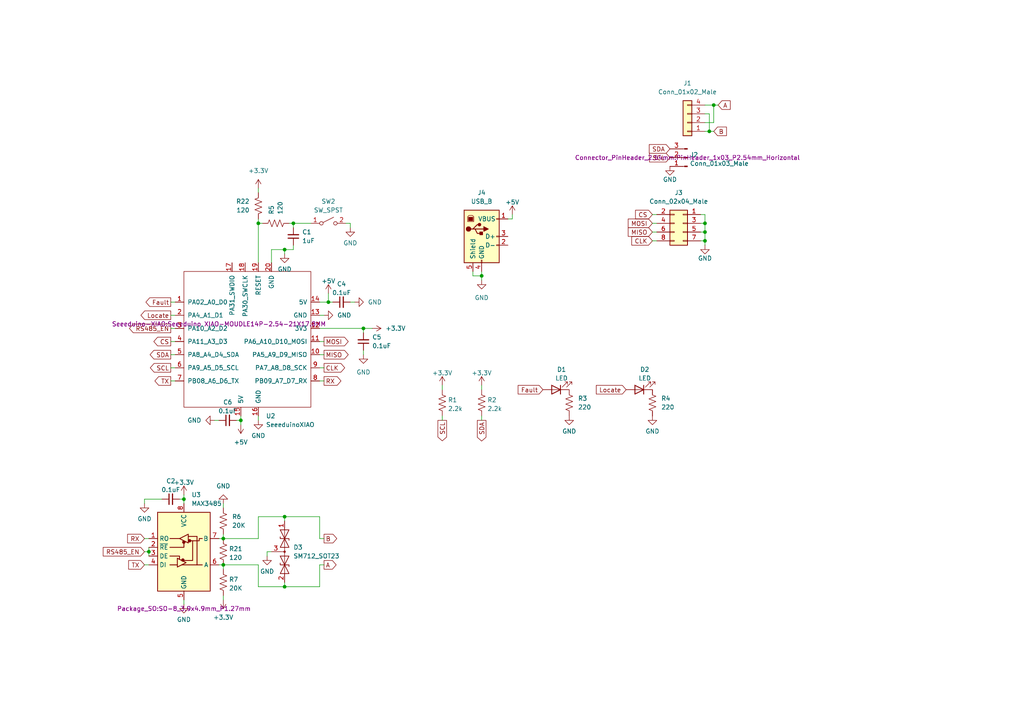
<source format=kicad_sch>
(kicad_sch (version 20230121) (generator eeschema)

  (uuid f0b5e1cb-1d4d-432d-a557-1ec841091eda)

  (paper "A4")

  (lib_symbols
    (symbol "Connector:Conn_01x03_Male" (pin_names (offset 1.016) hide) (in_bom yes) (on_board yes)
      (property "Reference" "J" (at 0 5.08 0)
        (effects (font (size 1.27 1.27)))
      )
      (property "Value" "Conn_01x03_Male" (at 0 -5.08 0)
        (effects (font (size 1.27 1.27)))
      )
      (property "Footprint" "" (at 0 0 0)
        (effects (font (size 1.27 1.27)) hide)
      )
      (property "Datasheet" "~" (at 0 0 0)
        (effects (font (size 1.27 1.27)) hide)
      )
      (property "ki_keywords" "connector" (at 0 0 0)
        (effects (font (size 1.27 1.27)) hide)
      )
      (property "ki_description" "Generic connector, single row, 01x03, script generated (kicad-library-utils/schlib/autogen/connector/)" (at 0 0 0)
        (effects (font (size 1.27 1.27)) hide)
      )
      (property "ki_fp_filters" "Connector*:*_1x??_*" (at 0 0 0)
        (effects (font (size 1.27 1.27)) hide)
      )
      (symbol "Conn_01x03_Male_1_1"
        (polyline
          (pts
            (xy 1.27 -2.54)
            (xy 0.8636 -2.54)
          )
          (stroke (width 0.1524) (type default))
          (fill (type none))
        )
        (polyline
          (pts
            (xy 1.27 0)
            (xy 0.8636 0)
          )
          (stroke (width 0.1524) (type default))
          (fill (type none))
        )
        (polyline
          (pts
            (xy 1.27 2.54)
            (xy 0.8636 2.54)
          )
          (stroke (width 0.1524) (type default))
          (fill (type none))
        )
        (rectangle (start 0.8636 -2.413) (end 0 -2.667)
          (stroke (width 0.1524) (type default))
          (fill (type outline))
        )
        (rectangle (start 0.8636 0.127) (end 0 -0.127)
          (stroke (width 0.1524) (type default))
          (fill (type outline))
        )
        (rectangle (start 0.8636 2.667) (end 0 2.413)
          (stroke (width 0.1524) (type default))
          (fill (type outline))
        )
        (pin passive line (at 5.08 2.54 180) (length 3.81)
          (name "Pin_1" (effects (font (size 1.27 1.27))))
          (number "1" (effects (font (size 1.27 1.27))))
        )
        (pin passive line (at 5.08 0 180) (length 3.81)
          (name "Pin_2" (effects (font (size 1.27 1.27))))
          (number "2" (effects (font (size 1.27 1.27))))
        )
        (pin passive line (at 5.08 -2.54 180) (length 3.81)
          (name "Pin_3" (effects (font (size 1.27 1.27))))
          (number "3" (effects (font (size 1.27 1.27))))
        )
      )
    )
    (symbol "Connector:USB_B" (pin_names (offset 1.016)) (in_bom yes) (on_board yes)
      (property "Reference" "J" (at -5.08 11.43 0)
        (effects (font (size 1.27 1.27)) (justify left))
      )
      (property "Value" "USB_B" (at -5.08 8.89 0)
        (effects (font (size 1.27 1.27)) (justify left))
      )
      (property "Footprint" "" (at 3.81 -1.27 0)
        (effects (font (size 1.27 1.27)) hide)
      )
      (property "Datasheet" " ~" (at 3.81 -1.27 0)
        (effects (font (size 1.27 1.27)) hide)
      )
      (property "ki_keywords" "connector USB" (at 0 0 0)
        (effects (font (size 1.27 1.27)) hide)
      )
      (property "ki_description" "USB Type B connector" (at 0 0 0)
        (effects (font (size 1.27 1.27)) hide)
      )
      (property "ki_fp_filters" "USB*" (at 0 0 0)
        (effects (font (size 1.27 1.27)) hide)
      )
      (symbol "USB_B_0_1"
        (rectangle (start -5.08 -7.62) (end 5.08 7.62)
          (stroke (width 0.254) (type default))
          (fill (type background))
        )
        (circle (center -3.81 2.159) (radius 0.635)
          (stroke (width 0.254) (type default))
          (fill (type outline))
        )
        (rectangle (start -3.81 5.588) (end -2.54 4.572)
          (stroke (width 0) (type default))
          (fill (type outline))
        )
        (circle (center -0.635 3.429) (radius 0.381)
          (stroke (width 0.254) (type default))
          (fill (type outline))
        )
        (rectangle (start -0.127 -7.62) (end 0.127 -6.858)
          (stroke (width 0) (type default))
          (fill (type none))
        )
        (polyline
          (pts
            (xy -1.905 2.159)
            (xy 0.635 2.159)
          )
          (stroke (width 0.254) (type default))
          (fill (type none))
        )
        (polyline
          (pts
            (xy -3.175 2.159)
            (xy -2.54 2.159)
            (xy -1.27 3.429)
            (xy -0.635 3.429)
          )
          (stroke (width 0.254) (type default))
          (fill (type none))
        )
        (polyline
          (pts
            (xy -2.54 2.159)
            (xy -1.905 2.159)
            (xy -1.27 0.889)
            (xy 0 0.889)
          )
          (stroke (width 0.254) (type default))
          (fill (type none))
        )
        (polyline
          (pts
            (xy 0.635 2.794)
            (xy 0.635 1.524)
            (xy 1.905 2.159)
            (xy 0.635 2.794)
          )
          (stroke (width 0.254) (type default))
          (fill (type outline))
        )
        (polyline
          (pts
            (xy -4.064 4.318)
            (xy -2.286 4.318)
            (xy -2.286 5.715)
            (xy -2.667 6.096)
            (xy -3.683 6.096)
            (xy -4.064 5.715)
            (xy -4.064 4.318)
          )
          (stroke (width 0) (type default))
          (fill (type none))
        )
        (rectangle (start 0.254 1.27) (end -0.508 0.508)
          (stroke (width 0.254) (type default))
          (fill (type outline))
        )
        (rectangle (start 5.08 -2.667) (end 4.318 -2.413)
          (stroke (width 0) (type default))
          (fill (type none))
        )
        (rectangle (start 5.08 -0.127) (end 4.318 0.127)
          (stroke (width 0) (type default))
          (fill (type none))
        )
        (rectangle (start 5.08 4.953) (end 4.318 5.207)
          (stroke (width 0) (type default))
          (fill (type none))
        )
      )
      (symbol "USB_B_1_1"
        (pin power_out line (at 7.62 5.08 180) (length 2.54)
          (name "VBUS" (effects (font (size 1.27 1.27))))
          (number "1" (effects (font (size 1.27 1.27))))
        )
        (pin bidirectional line (at 7.62 -2.54 180) (length 2.54)
          (name "D-" (effects (font (size 1.27 1.27))))
          (number "2" (effects (font (size 1.27 1.27))))
        )
        (pin bidirectional line (at 7.62 0 180) (length 2.54)
          (name "D+" (effects (font (size 1.27 1.27))))
          (number "3" (effects (font (size 1.27 1.27))))
        )
        (pin power_out line (at 0 -10.16 90) (length 2.54)
          (name "GND" (effects (font (size 1.27 1.27))))
          (number "4" (effects (font (size 1.27 1.27))))
        )
        (pin passive line (at -2.54 -10.16 90) (length 2.54)
          (name "Shield" (effects (font (size 1.27 1.27))))
          (number "5" (effects (font (size 1.27 1.27))))
        )
      )
    )
    (symbol "Connector_Generic:Conn_01x04" (pin_names (offset 1.016) hide) (in_bom yes) (on_board yes)
      (property "Reference" "J" (at 0 5.08 0)
        (effects (font (size 1.27 1.27)))
      )
      (property "Value" "Conn_01x04" (at 0 -7.62 0)
        (effects (font (size 1.27 1.27)))
      )
      (property "Footprint" "" (at 0 0 0)
        (effects (font (size 1.27 1.27)) hide)
      )
      (property "Datasheet" "~" (at 0 0 0)
        (effects (font (size 1.27 1.27)) hide)
      )
      (property "ki_keywords" "connector" (at 0 0 0)
        (effects (font (size 1.27 1.27)) hide)
      )
      (property "ki_description" "Generic connector, single row, 01x04, script generated (kicad-library-utils/schlib/autogen/connector/)" (at 0 0 0)
        (effects (font (size 1.27 1.27)) hide)
      )
      (property "ki_fp_filters" "Connector*:*_1x??_*" (at 0 0 0)
        (effects (font (size 1.27 1.27)) hide)
      )
      (symbol "Conn_01x04_1_1"
        (rectangle (start -1.27 -4.953) (end 0 -5.207)
          (stroke (width 0.1524) (type default))
          (fill (type none))
        )
        (rectangle (start -1.27 -2.413) (end 0 -2.667)
          (stroke (width 0.1524) (type default))
          (fill (type none))
        )
        (rectangle (start -1.27 0.127) (end 0 -0.127)
          (stroke (width 0.1524) (type default))
          (fill (type none))
        )
        (rectangle (start -1.27 2.667) (end 0 2.413)
          (stroke (width 0.1524) (type default))
          (fill (type none))
        )
        (rectangle (start -1.27 3.81) (end 1.27 -6.35)
          (stroke (width 0.254) (type default))
          (fill (type background))
        )
        (pin passive line (at -5.08 2.54 0) (length 3.81)
          (name "Pin_1" (effects (font (size 1.27 1.27))))
          (number "1" (effects (font (size 1.27 1.27))))
        )
        (pin passive line (at -5.08 0 0) (length 3.81)
          (name "Pin_2" (effects (font (size 1.27 1.27))))
          (number "2" (effects (font (size 1.27 1.27))))
        )
        (pin passive line (at -5.08 -2.54 0) (length 3.81)
          (name "Pin_3" (effects (font (size 1.27 1.27))))
          (number "3" (effects (font (size 1.27 1.27))))
        )
        (pin passive line (at -5.08 -5.08 0) (length 3.81)
          (name "Pin_4" (effects (font (size 1.27 1.27))))
          (number "4" (effects (font (size 1.27 1.27))))
        )
      )
    )
    (symbol "Connector_Generic:Conn_02x04_Odd_Even" (pin_names (offset 1.016) hide) (in_bom yes) (on_board yes)
      (property "Reference" "J" (at 1.27 5.08 0)
        (effects (font (size 1.27 1.27)))
      )
      (property "Value" "Conn_02x04_Odd_Even" (at 1.27 -7.62 0)
        (effects (font (size 1.27 1.27)))
      )
      (property "Footprint" "" (at 0 0 0)
        (effects (font (size 1.27 1.27)) hide)
      )
      (property "Datasheet" "~" (at 0 0 0)
        (effects (font (size 1.27 1.27)) hide)
      )
      (property "ki_keywords" "connector" (at 0 0 0)
        (effects (font (size 1.27 1.27)) hide)
      )
      (property "ki_description" "Generic connector, double row, 02x04, odd/even pin numbering scheme (row 1 odd numbers, row 2 even numbers), script generated (kicad-library-utils/schlib/autogen/connector/)" (at 0 0 0)
        (effects (font (size 1.27 1.27)) hide)
      )
      (property "ki_fp_filters" "Connector*:*_2x??_*" (at 0 0 0)
        (effects (font (size 1.27 1.27)) hide)
      )
      (symbol "Conn_02x04_Odd_Even_1_1"
        (rectangle (start -1.27 -4.953) (end 0 -5.207)
          (stroke (width 0.1524) (type default))
          (fill (type none))
        )
        (rectangle (start -1.27 -2.413) (end 0 -2.667)
          (stroke (width 0.1524) (type default))
          (fill (type none))
        )
        (rectangle (start -1.27 0.127) (end 0 -0.127)
          (stroke (width 0.1524) (type default))
          (fill (type none))
        )
        (rectangle (start -1.27 2.667) (end 0 2.413)
          (stroke (width 0.1524) (type default))
          (fill (type none))
        )
        (rectangle (start -1.27 3.81) (end 3.81 -6.35)
          (stroke (width 0.254) (type default))
          (fill (type background))
        )
        (rectangle (start 3.81 -4.953) (end 2.54 -5.207)
          (stroke (width 0.1524) (type default))
          (fill (type none))
        )
        (rectangle (start 3.81 -2.413) (end 2.54 -2.667)
          (stroke (width 0.1524) (type default))
          (fill (type none))
        )
        (rectangle (start 3.81 0.127) (end 2.54 -0.127)
          (stroke (width 0.1524) (type default))
          (fill (type none))
        )
        (rectangle (start 3.81 2.667) (end 2.54 2.413)
          (stroke (width 0.1524) (type default))
          (fill (type none))
        )
        (pin passive line (at -5.08 2.54 0) (length 3.81)
          (name "Pin_1" (effects (font (size 1.27 1.27))))
          (number "1" (effects (font (size 1.27 1.27))))
        )
        (pin passive line (at 7.62 2.54 180) (length 3.81)
          (name "Pin_2" (effects (font (size 1.27 1.27))))
          (number "2" (effects (font (size 1.27 1.27))))
        )
        (pin passive line (at -5.08 0 0) (length 3.81)
          (name "Pin_3" (effects (font (size 1.27 1.27))))
          (number "3" (effects (font (size 1.27 1.27))))
        )
        (pin passive line (at 7.62 0 180) (length 3.81)
          (name "Pin_4" (effects (font (size 1.27 1.27))))
          (number "4" (effects (font (size 1.27 1.27))))
        )
        (pin passive line (at -5.08 -2.54 0) (length 3.81)
          (name "Pin_5" (effects (font (size 1.27 1.27))))
          (number "5" (effects (font (size 1.27 1.27))))
        )
        (pin passive line (at 7.62 -2.54 180) (length 3.81)
          (name "Pin_6" (effects (font (size 1.27 1.27))))
          (number "6" (effects (font (size 1.27 1.27))))
        )
        (pin passive line (at -5.08 -5.08 0) (length 3.81)
          (name "Pin_7" (effects (font (size 1.27 1.27))))
          (number "7" (effects (font (size 1.27 1.27))))
        )
        (pin passive line (at 7.62 -5.08 180) (length 3.81)
          (name "Pin_8" (effects (font (size 1.27 1.27))))
          (number "8" (effects (font (size 1.27 1.27))))
        )
      )
    )
    (symbol "Device:C_Small" (pin_numbers hide) (pin_names (offset 0.254) hide) (in_bom yes) (on_board yes)
      (property "Reference" "C" (at 0.254 1.778 0)
        (effects (font (size 1.27 1.27)) (justify left))
      )
      (property "Value" "C_Small" (at 0.254 -2.032 0)
        (effects (font (size 1.27 1.27)) (justify left))
      )
      (property "Footprint" "" (at 0 0 0)
        (effects (font (size 1.27 1.27)) hide)
      )
      (property "Datasheet" "~" (at 0 0 0)
        (effects (font (size 1.27 1.27)) hide)
      )
      (property "ki_keywords" "capacitor cap" (at 0 0 0)
        (effects (font (size 1.27 1.27)) hide)
      )
      (property "ki_description" "Unpolarized capacitor, small symbol" (at 0 0 0)
        (effects (font (size 1.27 1.27)) hide)
      )
      (property "ki_fp_filters" "C_*" (at 0 0 0)
        (effects (font (size 1.27 1.27)) hide)
      )
      (symbol "C_Small_0_1"
        (polyline
          (pts
            (xy -1.524 -0.508)
            (xy 1.524 -0.508)
          )
          (stroke (width 0.3302) (type default))
          (fill (type none))
        )
        (polyline
          (pts
            (xy -1.524 0.508)
            (xy 1.524 0.508)
          )
          (stroke (width 0.3048) (type default))
          (fill (type none))
        )
      )
      (symbol "C_Small_1_1"
        (pin passive line (at 0 2.54 270) (length 2.032)
          (name "~" (effects (font (size 1.27 1.27))))
          (number "1" (effects (font (size 1.27 1.27))))
        )
        (pin passive line (at 0 -2.54 90) (length 2.032)
          (name "~" (effects (font (size 1.27 1.27))))
          (number "2" (effects (font (size 1.27 1.27))))
        )
      )
    )
    (symbol "Device:LED" (pin_numbers hide) (pin_names (offset 1.016) hide) (in_bom yes) (on_board yes)
      (property "Reference" "D" (at 0 2.54 0)
        (effects (font (size 1.27 1.27)))
      )
      (property "Value" "LED" (at 0 -2.54 0)
        (effects (font (size 1.27 1.27)))
      )
      (property "Footprint" "" (at 0 0 0)
        (effects (font (size 1.27 1.27)) hide)
      )
      (property "Datasheet" "~" (at 0 0 0)
        (effects (font (size 1.27 1.27)) hide)
      )
      (property "ki_keywords" "LED diode" (at 0 0 0)
        (effects (font (size 1.27 1.27)) hide)
      )
      (property "ki_description" "Light emitting diode" (at 0 0 0)
        (effects (font (size 1.27 1.27)) hide)
      )
      (property "ki_fp_filters" "LED* LED_SMD:* LED_THT:*" (at 0 0 0)
        (effects (font (size 1.27 1.27)) hide)
      )
      (symbol "LED_0_1"
        (polyline
          (pts
            (xy -1.27 -1.27)
            (xy -1.27 1.27)
          )
          (stroke (width 0.254) (type default))
          (fill (type none))
        )
        (polyline
          (pts
            (xy -1.27 0)
            (xy 1.27 0)
          )
          (stroke (width 0) (type default))
          (fill (type none))
        )
        (polyline
          (pts
            (xy 1.27 -1.27)
            (xy 1.27 1.27)
            (xy -1.27 0)
            (xy 1.27 -1.27)
          )
          (stroke (width 0.254) (type default))
          (fill (type none))
        )
        (polyline
          (pts
            (xy -3.048 -0.762)
            (xy -4.572 -2.286)
            (xy -3.81 -2.286)
            (xy -4.572 -2.286)
            (xy -4.572 -1.524)
          )
          (stroke (width 0) (type default))
          (fill (type none))
        )
        (polyline
          (pts
            (xy -1.778 -0.762)
            (xy -3.302 -2.286)
            (xy -2.54 -2.286)
            (xy -3.302 -2.286)
            (xy -3.302 -1.524)
          )
          (stroke (width 0) (type default))
          (fill (type none))
        )
      )
      (symbol "LED_1_1"
        (pin passive line (at -3.81 0 0) (length 2.54)
          (name "K" (effects (font (size 1.27 1.27))))
          (number "1" (effects (font (size 1.27 1.27))))
        )
        (pin passive line (at 3.81 0 180) (length 2.54)
          (name "A" (effects (font (size 1.27 1.27))))
          (number "2" (effects (font (size 1.27 1.27))))
        )
      )
    )
    (symbol "Device:R_US" (pin_numbers hide) (pin_names (offset 0)) (in_bom yes) (on_board yes)
      (property "Reference" "R" (at 2.54 0 90)
        (effects (font (size 1.27 1.27)))
      )
      (property "Value" "R_US" (at -2.54 0 90)
        (effects (font (size 1.27 1.27)))
      )
      (property "Footprint" "" (at 1.016 -0.254 90)
        (effects (font (size 1.27 1.27)) hide)
      )
      (property "Datasheet" "~" (at 0 0 0)
        (effects (font (size 1.27 1.27)) hide)
      )
      (property "ki_keywords" "R res resistor" (at 0 0 0)
        (effects (font (size 1.27 1.27)) hide)
      )
      (property "ki_description" "Resistor, US symbol" (at 0 0 0)
        (effects (font (size 1.27 1.27)) hide)
      )
      (property "ki_fp_filters" "R_*" (at 0 0 0)
        (effects (font (size 1.27 1.27)) hide)
      )
      (symbol "R_US_0_1"
        (polyline
          (pts
            (xy 0 -2.286)
            (xy 0 -2.54)
          )
          (stroke (width 0) (type default))
          (fill (type none))
        )
        (polyline
          (pts
            (xy 0 2.286)
            (xy 0 2.54)
          )
          (stroke (width 0) (type default))
          (fill (type none))
        )
        (polyline
          (pts
            (xy 0 -0.762)
            (xy 1.016 -1.143)
            (xy 0 -1.524)
            (xy -1.016 -1.905)
            (xy 0 -2.286)
          )
          (stroke (width 0) (type default))
          (fill (type none))
        )
        (polyline
          (pts
            (xy 0 0.762)
            (xy 1.016 0.381)
            (xy 0 0)
            (xy -1.016 -0.381)
            (xy 0 -0.762)
          )
          (stroke (width 0) (type default))
          (fill (type none))
        )
        (polyline
          (pts
            (xy 0 2.286)
            (xy 1.016 1.905)
            (xy 0 1.524)
            (xy -1.016 1.143)
            (xy 0 0.762)
          )
          (stroke (width 0) (type default))
          (fill (type none))
        )
      )
      (symbol "R_US_1_1"
        (pin passive line (at 0 3.81 270) (length 1.27)
          (name "~" (effects (font (size 1.27 1.27))))
          (number "1" (effects (font (size 1.27 1.27))))
        )
        (pin passive line (at 0 -3.81 90) (length 1.27)
          (name "~" (effects (font (size 1.27 1.27))))
          (number "2" (effects (font (size 1.27 1.27))))
        )
      )
    )
    (symbol "Diode:SM712_SOT23" (pin_names (offset 1.016) hide) (in_bom yes) (on_board yes)
      (property "Reference" "D" (at 0 4.445 0)
        (effects (font (size 1.27 1.27)))
      )
      (property "Value" "SM712_SOT23" (at 0 2.54 0)
        (effects (font (size 1.27 1.27)))
      )
      (property "Footprint" "Package_TO_SOT_SMD:SOT-23" (at 0 -8.89 0)
        (effects (font (size 1.27 1.27)) hide)
      )
      (property "Datasheet" "https://www.littelfuse.com/~/media/electronics/datasheets/tvs_diode_arrays/littelfuse_tvs_diode_array_sm712_datasheet.pdf.pdf" (at -3.81 0 0)
        (effects (font (size 1.27 1.27)) hide)
      )
      (property "ki_keywords" "transient voltage suppressor thyrector transil" (at 0 0 0)
        (effects (font (size 1.27 1.27)) hide)
      )
      (property "ki_description" "7V/12V, 600W Asymmetrical TVS Diode Array, SOT-23" (at 0 0 0)
        (effects (font (size 1.27 1.27)) hide)
      )
      (property "ki_fp_filters" "SOT?23*" (at 0 0 0)
        (effects (font (size 1.27 1.27)) hide)
      )
      (symbol "SM712_SOT23_0_0"
        (polyline
          (pts
            (xy 0 -1.27)
            (xy 0 0)
          )
          (stroke (width 0) (type default))
          (fill (type none))
        )
      )
      (symbol "SM712_SOT23_0_1"
        (polyline
          (pts
            (xy -6.35 0)
            (xy 6.35 0)
          )
          (stroke (width 0) (type default))
          (fill (type none))
        )
        (polyline
          (pts
            (xy -3.302 1.27)
            (xy -3.81 1.27)
            (xy -3.81 -1.27)
            (xy -4.318 -1.27)
          )
          (stroke (width 0.2032) (type default))
          (fill (type none))
        )
        (polyline
          (pts
            (xy 4.318 1.27)
            (xy 3.81 1.27)
            (xy 3.81 -1.27)
            (xy 3.302 -1.27)
          )
          (stroke (width 0.2032) (type default))
          (fill (type none))
        )
        (polyline
          (pts
            (xy -6.35 -1.27)
            (xy -1.27 1.27)
            (xy -1.27 -1.27)
            (xy -6.35 1.27)
            (xy -6.35 -1.27)
          )
          (stroke (width 0.2032) (type default))
          (fill (type none))
        )
        (polyline
          (pts
            (xy 1.27 -1.27)
            (xy 1.27 1.27)
            (xy 6.35 -1.27)
            (xy 6.35 1.27)
            (xy 1.27 -1.27)
          )
          (stroke (width 0.2032) (type default))
          (fill (type none))
        )
        (circle (center 0 0) (radius 0.254)
          (stroke (width 0) (type default))
          (fill (type outline))
        )
      )
      (symbol "SM712_SOT23_1_1"
        (pin passive line (at -8.89 0 0) (length 2.54)
          (name "A1" (effects (font (size 1.27 1.27))))
          (number "1" (effects (font (size 1.27 1.27))))
        )
        (pin passive line (at 8.89 0 180) (length 2.54)
          (name "A2" (effects (font (size 1.27 1.27))))
          (number "2" (effects (font (size 1.27 1.27))))
        )
        (pin input line (at 0 -3.81 90) (length 2.54)
          (name "common" (effects (font (size 1.27 1.27))))
          (number "3" (effects (font (size 1.27 1.27))))
        )
      )
    )
    (symbol "Interface_UART:MAX3485" (in_bom yes) (on_board yes)
      (property "Reference" "U" (at -6.096 11.43 0)
        (effects (font (size 1.27 1.27)))
      )
      (property "Value" "MAX3485" (at 0.762 11.43 0)
        (effects (font (size 1.27 1.27)) (justify left))
      )
      (property "Footprint" "" (at 0 -17.78 0)
        (effects (font (size 1.27 1.27)) hide)
      )
      (property "Datasheet" "https://datasheets.maximintegrated.com/en/ds/MAX3483-MAX3491.pdf" (at 0 1.27 0)
        (effects (font (size 1.27 1.27)) hide)
      )
      (property "ki_keywords" "RS-485 RS-422 UART line-driver transceiver" (at 0 0 0)
        (effects (font (size 1.27 1.27)) hide)
      )
      (property "ki_description" "True RS-485/RS-422, 10Mbps, Slew-Rate Limited, with low-power shutdown, with receiver/driver enable, 32 receiver drive capacitity, DIP-8 and SOIC-8" (at 0 0 0)
        (effects (font (size 1.27 1.27)) hide)
      )
      (property "ki_fp_filters" "DIP*W7.62mm* SOIC*3.9x4.9mm*P1.27mm*" (at 0 0 0)
        (effects (font (size 1.27 1.27)) hide)
      )
      (symbol "MAX3485_0_1"
        (rectangle (start -7.62 10.16) (end 7.62 -12.7)
          (stroke (width 0.254) (type default))
          (fill (type background))
        )
        (circle (center -0.3048 -3.683) (radius 0.3556)
          (stroke (width 0.254) (type default))
          (fill (type outline))
        )
        (circle (center -0.0254 1.4986) (radius 0.3556)
          (stroke (width 0.254) (type default))
          (fill (type outline))
        )
        (polyline
          (pts
            (xy -4.064 -5.08)
            (xy -1.905 -5.08)
          )
          (stroke (width 0.254) (type default))
          (fill (type none))
        )
        (polyline
          (pts
            (xy -4.064 2.54)
            (xy -1.27 2.54)
          )
          (stroke (width 0.254) (type default))
          (fill (type none))
        )
        (polyline
          (pts
            (xy -1.27 -3.2004)
            (xy -1.27 -3.4544)
          )
          (stroke (width 0.254) (type default))
          (fill (type none))
        )
        (polyline
          (pts
            (xy -0.635 -5.08)
            (xy 5.334 -5.08)
          )
          (stroke (width 0.254) (type default))
          (fill (type none))
        )
        (polyline
          (pts
            (xy -4.064 -2.54)
            (xy -1.27 -2.54)
            (xy -1.27 -3.175)
          )
          (stroke (width 0.254) (type default))
          (fill (type none))
        )
        (polyline
          (pts
            (xy 0 1.27)
            (xy 0 0)
            (xy -4.064 0)
          )
          (stroke (width 0.254) (type default))
          (fill (type none))
        )
        (polyline
          (pts
            (xy 1.27 3.175)
            (xy 3.81 3.175)
            (xy 3.81 -5.08)
          )
          (stroke (width 0.254) (type default))
          (fill (type none))
        )
        (polyline
          (pts
            (xy 2.54 1.905)
            (xy 2.54 -3.81)
            (xy 0 -3.81)
          )
          (stroke (width 0.254) (type default))
          (fill (type none))
        )
        (polyline
          (pts
            (xy -1.905 -3.175)
            (xy -1.905 -5.715)
            (xy 0.635 -4.445)
            (xy -1.905 -3.175)
          )
          (stroke (width 0.254) (type default))
          (fill (type none))
        )
        (polyline
          (pts
            (xy -1.27 2.54)
            (xy 1.27 3.81)
            (xy 1.27 1.27)
            (xy -1.27 2.54)
          )
          (stroke (width 0.254) (type default))
          (fill (type none))
        )
        (polyline
          (pts
            (xy 1.905 1.905)
            (xy 4.445 1.905)
            (xy 4.445 2.54)
            (xy 5.334 2.54)
          )
          (stroke (width 0.254) (type default))
          (fill (type none))
        )
        (rectangle (start 1.27 3.175) (end 1.27 3.175)
          (stroke (width 0) (type default))
          (fill (type none))
        )
        (circle (center 1.651 1.905) (radius 0.3556)
          (stroke (width 0.254) (type default))
          (fill (type outline))
        )
      )
      (symbol "MAX3485_1_1"
        (pin output line (at -10.16 2.54 0) (length 2.54)
          (name "RO" (effects (font (size 1.27 1.27))))
          (number "1" (effects (font (size 1.27 1.27))))
        )
        (pin input line (at -10.16 0 0) (length 2.54)
          (name "~{RE}" (effects (font (size 1.27 1.27))))
          (number "2" (effects (font (size 1.27 1.27))))
        )
        (pin input line (at -10.16 -2.54 0) (length 2.54)
          (name "DE" (effects (font (size 1.27 1.27))))
          (number "3" (effects (font (size 1.27 1.27))))
        )
        (pin input line (at -10.16 -5.08 0) (length 2.54)
          (name "DI" (effects (font (size 1.27 1.27))))
          (number "4" (effects (font (size 1.27 1.27))))
        )
        (pin power_in line (at 0 -15.24 90) (length 2.54)
          (name "GND" (effects (font (size 1.27 1.27))))
          (number "5" (effects (font (size 1.27 1.27))))
        )
        (pin bidirectional line (at 10.16 -5.08 180) (length 2.54)
          (name "A" (effects (font (size 1.27 1.27))))
          (number "6" (effects (font (size 1.27 1.27))))
        )
        (pin bidirectional line (at 10.16 2.54 180) (length 2.54)
          (name "B" (effects (font (size 1.27 1.27))))
          (number "7" (effects (font (size 1.27 1.27))))
        )
        (pin power_in line (at 0 12.7 270) (length 2.54)
          (name "VCC" (effects (font (size 1.27 1.27))))
          (number "8" (effects (font (size 1.27 1.27))))
        )
      )
    )
    (symbol "Seeeduino-XIAO:SeeeduinoXIAO" (pin_names (offset 1.016)) (in_bom yes) (on_board yes)
      (property "Reference" "U" (at -19.05 22.86 0)
        (effects (font (size 1.27 1.27)))
      )
      (property "Value" "SeeeduinoXIAO" (at -12.7 21.59 0)
        (effects (font (size 1.27 1.27)))
      )
      (property "Footprint" "" (at -8.89 5.08 0)
        (effects (font (size 1.27 1.27)) hide)
      )
      (property "Datasheet" "" (at -8.89 5.08 0)
        (effects (font (size 1.27 1.27)) hide)
      )
      (symbol "SeeeduinoXIAO_0_1"
        (rectangle (start -19.05 20.32) (end 17.78 -19.05)
          (stroke (width 0) (type solid))
          (fill (type none))
        )
      )
      (symbol "SeeeduinoXIAO_1_1"
        (pin unspecified line (at -21.59 11.43 0) (length 2.54)
          (name "PA02_A0_D0" (effects (font (size 1.27 1.27))))
          (number "1" (effects (font (size 1.27 1.27))))
        )
        (pin unspecified line (at 20.32 -3.81 180) (length 2.54)
          (name "PA5_A9_D9_MISO" (effects (font (size 1.27 1.27))))
          (number "10" (effects (font (size 1.27 1.27))))
        )
        (pin unspecified line (at 20.32 0 180) (length 2.54)
          (name "PA6_A10_D10_MOSI" (effects (font (size 1.27 1.27))))
          (number "11" (effects (font (size 1.27 1.27))))
        )
        (pin unspecified line (at 20.32 3.81 180) (length 2.54)
          (name "3V3" (effects (font (size 1.27 1.27))))
          (number "12" (effects (font (size 1.27 1.27))))
        )
        (pin unspecified line (at 20.32 7.62 180) (length 2.54)
          (name "GND" (effects (font (size 1.27 1.27))))
          (number "13" (effects (font (size 1.27 1.27))))
        )
        (pin unspecified line (at 20.32 11.43 180) (length 2.54)
          (name "5V" (effects (font (size 1.27 1.27))))
          (number "14" (effects (font (size 1.27 1.27))))
        )
        (pin input line (at -2.54 -21.59 90) (length 2.54)
          (name "5V" (effects (font (size 1.27 1.27))))
          (number "15" (effects (font (size 1.27 1.27))))
        )
        (pin input line (at 2.54 -21.59 90) (length 2.54)
          (name "GND" (effects (font (size 1.27 1.27))))
          (number "16" (effects (font (size 1.27 1.27))))
        )
        (pin input line (at -5.08 22.86 270) (length 2.54)
          (name "PA31_SWDIO" (effects (font (size 1.27 1.27))))
          (number "17" (effects (font (size 1.27 1.27))))
        )
        (pin input line (at -1.27 22.86 270) (length 2.54)
          (name "PA30_SWCLK" (effects (font (size 1.27 1.27))))
          (number "18" (effects (font (size 1.27 1.27))))
        )
        (pin input line (at 2.54 22.86 270) (length 2.54)
          (name "RESET" (effects (font (size 1.27 1.27))))
          (number "19" (effects (font (size 1.27 1.27))))
        )
        (pin unspecified line (at -21.59 7.62 0) (length 2.54)
          (name "PA4_A1_D1" (effects (font (size 1.27 1.27))))
          (number "2" (effects (font (size 1.27 1.27))))
        )
        (pin input line (at 6.35 22.86 270) (length 2.54)
          (name "GND" (effects (font (size 1.27 1.27))))
          (number "20" (effects (font (size 1.27 1.27))))
        )
        (pin unspecified line (at -21.59 3.81 0) (length 2.54)
          (name "PA10_A2_D2" (effects (font (size 1.27 1.27))))
          (number "3" (effects (font (size 1.27 1.27))))
        )
        (pin unspecified line (at -21.59 0 0) (length 2.54)
          (name "PA11_A3_D3" (effects (font (size 1.27 1.27))))
          (number "4" (effects (font (size 1.27 1.27))))
        )
        (pin unspecified line (at -21.59 -3.81 0) (length 2.54)
          (name "PA8_A4_D4_SDA" (effects (font (size 1.27 1.27))))
          (number "5" (effects (font (size 1.27 1.27))))
        )
        (pin unspecified line (at -21.59 -7.62 0) (length 2.54)
          (name "PA9_A5_D5_SCL" (effects (font (size 1.27 1.27))))
          (number "6" (effects (font (size 1.27 1.27))))
        )
        (pin unspecified line (at -21.59 -11.43 0) (length 2.54)
          (name "PB08_A6_D6_TX" (effects (font (size 1.27 1.27))))
          (number "7" (effects (font (size 1.27 1.27))))
        )
        (pin unspecified line (at 20.32 -11.43 180) (length 2.54)
          (name "PB09_A7_D7_RX" (effects (font (size 1.27 1.27))))
          (number "8" (effects (font (size 1.27 1.27))))
        )
        (pin unspecified line (at 20.32 -7.62 180) (length 2.54)
          (name "PA7_A8_D8_SCK" (effects (font (size 1.27 1.27))))
          (number "9" (effects (font (size 1.27 1.27))))
        )
      )
    )
    (symbol "Switch:SW_SPST" (pin_names (offset 0) hide) (in_bom yes) (on_board yes)
      (property "Reference" "SW" (at 0 3.175 0)
        (effects (font (size 1.27 1.27)))
      )
      (property "Value" "SW_SPST" (at 0 -2.54 0)
        (effects (font (size 1.27 1.27)))
      )
      (property "Footprint" "" (at 0 0 0)
        (effects (font (size 1.27 1.27)) hide)
      )
      (property "Datasheet" "~" (at 0 0 0)
        (effects (font (size 1.27 1.27)) hide)
      )
      (property "ki_keywords" "switch lever" (at 0 0 0)
        (effects (font (size 1.27 1.27)) hide)
      )
      (property "ki_description" "Single Pole Single Throw (SPST) switch" (at 0 0 0)
        (effects (font (size 1.27 1.27)) hide)
      )
      (symbol "SW_SPST_0_0"
        (circle (center -2.032 0) (radius 0.508)
          (stroke (width 0) (type default))
          (fill (type none))
        )
        (polyline
          (pts
            (xy -1.524 0.254)
            (xy 1.524 1.778)
          )
          (stroke (width 0) (type default))
          (fill (type none))
        )
        (circle (center 2.032 0) (radius 0.508)
          (stroke (width 0) (type default))
          (fill (type none))
        )
      )
      (symbol "SW_SPST_1_1"
        (pin passive line (at -5.08 0 0) (length 2.54)
          (name "A" (effects (font (size 1.27 1.27))))
          (number "1" (effects (font (size 1.27 1.27))))
        )
        (pin passive line (at 5.08 0 180) (length 2.54)
          (name "B" (effects (font (size 1.27 1.27))))
          (number "2" (effects (font (size 1.27 1.27))))
        )
      )
    )
    (symbol "power:+3.3V" (power) (pin_names (offset 0)) (in_bom yes) (on_board yes)
      (property "Reference" "#PWR" (at 0 -3.81 0)
        (effects (font (size 1.27 1.27)) hide)
      )
      (property "Value" "+3.3V" (at 0 3.556 0)
        (effects (font (size 1.27 1.27)))
      )
      (property "Footprint" "" (at 0 0 0)
        (effects (font (size 1.27 1.27)) hide)
      )
      (property "Datasheet" "" (at 0 0 0)
        (effects (font (size 1.27 1.27)) hide)
      )
      (property "ki_keywords" "global power" (at 0 0 0)
        (effects (font (size 1.27 1.27)) hide)
      )
      (property "ki_description" "Power symbol creates a global label with name \"+3.3V\"" (at 0 0 0)
        (effects (font (size 1.27 1.27)) hide)
      )
      (symbol "+3.3V_0_1"
        (polyline
          (pts
            (xy -0.762 1.27)
            (xy 0 2.54)
          )
          (stroke (width 0) (type default))
          (fill (type none))
        )
        (polyline
          (pts
            (xy 0 0)
            (xy 0 2.54)
          )
          (stroke (width 0) (type default))
          (fill (type none))
        )
        (polyline
          (pts
            (xy 0 2.54)
            (xy 0.762 1.27)
          )
          (stroke (width 0) (type default))
          (fill (type none))
        )
      )
      (symbol "+3.3V_1_1"
        (pin power_in line (at 0 0 90) (length 0) hide
          (name "+3.3V" (effects (font (size 1.27 1.27))))
          (number "1" (effects (font (size 1.27 1.27))))
        )
      )
    )
    (symbol "power:+5V" (power) (pin_names (offset 0)) (in_bom yes) (on_board yes)
      (property "Reference" "#PWR" (at 0 -3.81 0)
        (effects (font (size 1.27 1.27)) hide)
      )
      (property "Value" "+5V" (at 0 3.556 0)
        (effects (font (size 1.27 1.27)))
      )
      (property "Footprint" "" (at 0 0 0)
        (effects (font (size 1.27 1.27)) hide)
      )
      (property "Datasheet" "" (at 0 0 0)
        (effects (font (size 1.27 1.27)) hide)
      )
      (property "ki_keywords" "global power" (at 0 0 0)
        (effects (font (size 1.27 1.27)) hide)
      )
      (property "ki_description" "Power symbol creates a global label with name \"+5V\"" (at 0 0 0)
        (effects (font (size 1.27 1.27)) hide)
      )
      (symbol "+5V_0_1"
        (polyline
          (pts
            (xy -0.762 1.27)
            (xy 0 2.54)
          )
          (stroke (width 0) (type default))
          (fill (type none))
        )
        (polyline
          (pts
            (xy 0 0)
            (xy 0 2.54)
          )
          (stroke (width 0) (type default))
          (fill (type none))
        )
        (polyline
          (pts
            (xy 0 2.54)
            (xy 0.762 1.27)
          )
          (stroke (width 0) (type default))
          (fill (type none))
        )
      )
      (symbol "+5V_1_1"
        (pin power_in line (at 0 0 90) (length 0) hide
          (name "+5V" (effects (font (size 1.27 1.27))))
          (number "1" (effects (font (size 1.27 1.27))))
        )
      )
    )
    (symbol "power:GND" (power) (pin_names (offset 0)) (in_bom yes) (on_board yes)
      (property "Reference" "#PWR" (at 0 -6.35 0)
        (effects (font (size 1.27 1.27)) hide)
      )
      (property "Value" "GND" (at 0 -3.81 0)
        (effects (font (size 1.27 1.27)))
      )
      (property "Footprint" "" (at 0 0 0)
        (effects (font (size 1.27 1.27)) hide)
      )
      (property "Datasheet" "" (at 0 0 0)
        (effects (font (size 1.27 1.27)) hide)
      )
      (property "ki_keywords" "global power" (at 0 0 0)
        (effects (font (size 1.27 1.27)) hide)
      )
      (property "ki_description" "Power symbol creates a global label with name \"GND\" , ground" (at 0 0 0)
        (effects (font (size 1.27 1.27)) hide)
      )
      (symbol "GND_0_1"
        (polyline
          (pts
            (xy 0 0)
            (xy 0 -1.27)
            (xy 1.27 -1.27)
            (xy 0 -2.54)
            (xy -1.27 -1.27)
            (xy 0 -1.27)
          )
          (stroke (width 0) (type default))
          (fill (type none))
        )
      )
      (symbol "GND_1_1"
        (pin power_in line (at 0 0 270) (length 0) hide
          (name "GND" (effects (font (size 1.27 1.27))))
          (number "1" (effects (font (size 1.27 1.27))))
        )
      )
    )
  )

  (junction (at 82.55 149.86) (diameter 0) (color 0 0 0 0)
    (uuid 171c9f8f-7745-4dc2-b4af-348de9812099)
  )
  (junction (at 204.47 67.31) (diameter 0) (color 0 0 0 0)
    (uuid 3190909b-19ed-4cb2-aa2a-1a98e62612a4)
  )
  (junction (at 64.77 163.83) (diameter 0) (color 0 0 0 0)
    (uuid 3a25fdf3-c0b0-43ca-bb2d-d8f70465e1e2)
  )
  (junction (at 43.18 160.02) (diameter 0) (color 0 0 0 0)
    (uuid 4c4630a7-306b-4a05-8ef9-0e9340cdb437)
  )
  (junction (at 204.47 69.85) (diameter 0) (color 0 0 0 0)
    (uuid 6e4a530a-2ee4-4e6a-b7f8-f6d807c458b3)
  )
  (junction (at 53.34 144.78) (diameter 0) (color 0 0 0 0)
    (uuid 6fcae76a-377b-46c0-ad88-05c9c98cd479)
  )
  (junction (at 69.85 121.92) (diameter 0) (color 0 0 0 0)
    (uuid 7784ad14-9fba-4aee-be7c-309c12fb8cff)
  )
  (junction (at 205.74 38.1) (diameter 0) (color 0 0 0 0)
    (uuid 7c600f16-06f2-4a02-99aa-f4feef9e6db1)
  )
  (junction (at 207.01 30.48) (diameter 0) (color 0 0 0 0)
    (uuid 7f6b24d0-90ec-41df-a4b1-8641067221d8)
  )
  (junction (at 64.77 156.21) (diameter 0) (color 0 0 0 0)
    (uuid 82256986-3754-429f-8c18-34819e04f711)
  )
  (junction (at 105.41 95.25) (diameter 0) (color 0 0 0 0)
    (uuid cda9a29e-6ea8-4652-8845-e5f19bfa37f7)
  )
  (junction (at 82.55 170.18) (diameter 0) (color 0 0 0 0)
    (uuid ce407d20-ab2a-4a14-94fa-56f5aedc1c79)
  )
  (junction (at 82.55 72.39) (diameter 0) (color 0 0 0 0)
    (uuid cf54d3ed-6350-4075-b3c0-000b6abaf1b0)
  )
  (junction (at 139.7 80.01) (diameter 0) (color 0 0 0 0)
    (uuid d3d495ad-0540-42d5-afe9-9882e19563e7)
  )
  (junction (at 95.25 87.63) (diameter 0) (color 0 0 0 0)
    (uuid d99109a5-fbd4-415c-bdcf-48b5ac7db472)
  )
  (junction (at 74.93 64.77) (diameter 0) (color 0 0 0 0)
    (uuid dcdc559c-487e-41ff-9bcf-ff7f4e2e0e59)
  )
  (junction (at 204.47 64.77) (diameter 0) (color 0 0 0 0)
    (uuid dde510ee-eb4a-49db-ab28-b4dcbae678d3)
  )
  (junction (at 85.09 64.77) (diameter 0) (color 0 0 0 0)
    (uuid eee2fc31-a18e-40e9-8a3b-0db4fdd991b2)
  )

  (wire (pts (xy 93.98 110.49) (xy 92.71 110.49))
    (stroke (width 0) (type default))
    (uuid 02b33d74-4a1f-4c7c-b2f8-8dc67fc55e71)
  )
  (wire (pts (xy 93.98 102.87) (xy 92.71 102.87))
    (stroke (width 0) (type default))
    (uuid 07e7ea94-a5d2-44da-999e-e6d23a1ae189)
  )
  (wire (pts (xy 92.71 87.63) (xy 95.25 87.63))
    (stroke (width 0) (type default))
    (uuid 0922a0db-f739-409f-84c2-2995fff9ccd0)
  )
  (wire (pts (xy 101.6 64.77) (xy 101.6 66.04))
    (stroke (width 0) (type default))
    (uuid 0dfdebf9-a1e8-4e98-962b-fd672f782c57)
  )
  (wire (pts (xy 74.93 54.61) (xy 74.93 55.88))
    (stroke (width 0) (type default))
    (uuid 0f8c6dd4-c216-4ddd-90a8-84ae5ce87894)
  )
  (wire (pts (xy 190.5 69.85) (xy 189.23 69.85))
    (stroke (width 0) (type default))
    (uuid 149a3180-e244-4756-9f5d-ede0ebd4fa03)
  )
  (wire (pts (xy 53.34 144.78) (xy 53.34 146.05))
    (stroke (width 0) (type default))
    (uuid 14beab16-1f0b-45d3-aa90-d519d49b7782)
  )
  (wire (pts (xy 93.98 91.44) (xy 92.71 91.44))
    (stroke (width 0) (type default))
    (uuid 14cce51c-c2a1-4f02-b24a-ae841d191536)
  )
  (wire (pts (xy 74.93 163.83) (xy 74.93 170.18))
    (stroke (width 0) (type default))
    (uuid 171b1808-d736-42eb-b45f-a1f5b8d986f0)
  )
  (wire (pts (xy 102.87 87.63) (xy 101.6 87.63))
    (stroke (width 0) (type default))
    (uuid 1744a8d7-0c20-4781-9d7c-bc730916fcd4)
  )
  (wire (pts (xy 49.53 99.06) (xy 50.8 99.06))
    (stroke (width 0) (type default))
    (uuid 189088ef-a516-408f-9213-f3446294abf0)
  )
  (wire (pts (xy 207.01 35.56) (xy 207.01 30.48))
    (stroke (width 0) (type default))
    (uuid 1a09633a-78b1-49bb-a2ca-1ad6c69aaeed)
  )
  (wire (pts (xy 139.7 111.76) (xy 139.7 113.03))
    (stroke (width 0) (type default))
    (uuid 1bbccb56-0373-4d89-bb0b-5023d8c1285e)
  )
  (wire (pts (xy 204.47 33.02) (xy 205.74 33.02))
    (stroke (width 0) (type default))
    (uuid 1c7a6b85-2130-4ec7-b5f0-9199e653cd46)
  )
  (wire (pts (xy 41.91 163.83) (xy 43.18 163.83))
    (stroke (width 0) (type default))
    (uuid 1c7cbacf-4a6b-496a-8953-90a147d9a2ef)
  )
  (wire (pts (xy 203.2 64.77) (xy 204.47 64.77))
    (stroke (width 0) (type default))
    (uuid 1e4d6a22-b23c-4cf1-ab3b-211d5021fd5d)
  )
  (wire (pts (xy 53.34 175.26) (xy 53.34 173.99))
    (stroke (width 0) (type default))
    (uuid 214cae4f-cff0-4eb7-8b8c-f94f89618e76)
  )
  (wire (pts (xy 105.41 102.87) (xy 105.41 101.6))
    (stroke (width 0) (type default))
    (uuid 22d7e153-19c9-46c9-ac3d-0b39c339832f)
  )
  (wire (pts (xy 64.77 156.21) (xy 63.5 156.21))
    (stroke (width 0) (type default))
    (uuid 26a39ca3-737a-44e0-8d5b-1485d9cbb357)
  )
  (wire (pts (xy 74.93 121.92) (xy 74.93 120.65))
    (stroke (width 0) (type default))
    (uuid 27a2856f-bde4-4e88-ba78-32215f1a0cfc)
  )
  (wire (pts (xy 78.74 72.39) (xy 78.74 76.2))
    (stroke (width 0) (type default))
    (uuid 28b4c57a-ddda-45a8-bc6b-3d92b0adcb66)
  )
  (wire (pts (xy 204.47 67.31) (xy 204.47 64.77))
    (stroke (width 0) (type default))
    (uuid 2bf0e2af-c93b-497e-859d-236c98b79d7a)
  )
  (wire (pts (xy 93.98 106.68) (xy 92.71 106.68))
    (stroke (width 0) (type default))
    (uuid 2fa51634-a2d3-4290-a0e9-b781d3b03fb2)
  )
  (wire (pts (xy 69.85 121.92) (xy 69.85 120.65))
    (stroke (width 0) (type default))
    (uuid 32902afe-871b-4609-882d-79bb63bec812)
  )
  (wire (pts (xy 204.47 64.77) (xy 204.47 62.23))
    (stroke (width 0) (type default))
    (uuid 3398d076-a48f-4eb1-b158-b558dcbcc974)
  )
  (wire (pts (xy 64.77 163.83) (xy 74.93 163.83))
    (stroke (width 0) (type default))
    (uuid 34156000-8386-4998-9575-5f3473647bdf)
  )
  (wire (pts (xy 41.91 156.21) (xy 43.18 156.21))
    (stroke (width 0) (type default))
    (uuid 35e3e919-c2b6-44f8-83f7-4f10f09a5b4f)
  )
  (wire (pts (xy 204.47 71.12) (xy 204.47 69.85))
    (stroke (width 0) (type default))
    (uuid 37bae03d-1824-4964-a65d-f776f856aa30)
  )
  (wire (pts (xy 64.77 163.83) (xy 63.5 163.83))
    (stroke (width 0) (type default))
    (uuid 3a403806-7b7e-459b-8834-4d93542c2a42)
  )
  (wire (pts (xy 85.09 64.77) (xy 90.17 64.77))
    (stroke (width 0) (type default))
    (uuid 3d350a39-2663-45d6-a1da-99574fed6193)
  )
  (wire (pts (xy 43.18 158.75) (xy 43.18 160.02))
    (stroke (width 0) (type default))
    (uuid 47e3346c-ddfd-4621-ac6b-d15fa4c5b3cb)
  )
  (wire (pts (xy 74.93 63.5) (xy 74.93 64.77))
    (stroke (width 0) (type default))
    (uuid 4a3d2eea-fbef-46af-9fe6-d9a633c46950)
  )
  (wire (pts (xy 41.91 144.78) (xy 41.91 146.05))
    (stroke (width 0) (type default))
    (uuid 52550324-9597-4114-b6bf-0f5ad1a2d05e)
  )
  (wire (pts (xy 41.91 160.02) (xy 43.18 160.02))
    (stroke (width 0) (type default))
    (uuid 52d38fa5-fec0-419c-bb3c-ad9ae62e598a)
  )
  (wire (pts (xy 74.93 149.86) (xy 82.55 149.86))
    (stroke (width 0) (type default))
    (uuid 5491867e-0806-4dc0-80eb-fc02670cb065)
  )
  (wire (pts (xy 78.74 160.02) (xy 77.47 160.02))
    (stroke (width 0) (type default))
    (uuid 54a04709-95de-4586-9174-2bcd39c03b1a)
  )
  (wire (pts (xy 69.85 123.19) (xy 69.85 121.92))
    (stroke (width 0) (type default))
    (uuid 588c5fa1-f754-486c-b19a-5091ade11110)
  )
  (wire (pts (xy 105.41 95.25) (xy 92.71 95.25))
    (stroke (width 0) (type default))
    (uuid 5a641301-dae9-48bf-91c9-6bdca94799ff)
  )
  (wire (pts (xy 82.55 151.13) (xy 82.55 149.86))
    (stroke (width 0) (type default))
    (uuid 5adcd558-a2cc-430b-b044-3d4f9a592a6c)
  )
  (wire (pts (xy 64.77 165.1) (xy 64.77 163.83))
    (stroke (width 0) (type default))
    (uuid 5b8ec054-1e45-41ff-926b-59c526e29338)
  )
  (wire (pts (xy 148.59 63.5) (xy 147.32 63.5))
    (stroke (width 0) (type default))
    (uuid 5ceec42b-5ee1-4a17-962a-6ce11ebb91f3)
  )
  (wire (pts (xy 205.74 33.02) (xy 205.74 38.1))
    (stroke (width 0) (type default))
    (uuid 67041a83-6934-4c60-95fd-eb90fb87ff57)
  )
  (wire (pts (xy 92.71 149.86) (xy 92.71 156.21))
    (stroke (width 0) (type default))
    (uuid 6a21ddb7-1bb0-47be-9725-a3213b767e12)
  )
  (wire (pts (xy 74.93 64.77) (xy 74.93 76.2))
    (stroke (width 0) (type default))
    (uuid 6cc44f41-f67b-4ebf-8fe1-aea8c1a9a60e)
  )
  (wire (pts (xy 95.25 87.63) (xy 96.52 87.63))
    (stroke (width 0) (type default))
    (uuid 6d215308-4865-44ba-96de-59675c11e19b)
  )
  (wire (pts (xy 101.6 64.77) (xy 100.33 64.77))
    (stroke (width 0) (type default))
    (uuid 6da43bb8-f7e8-4883-b6a1-83e8137f114e)
  )
  (wire (pts (xy 62.23 121.92) (xy 63.5 121.92))
    (stroke (width 0) (type default))
    (uuid 6e552bc5-f9ec-4436-966a-2ba0e61fccfd)
  )
  (wire (pts (xy 128.27 111.76) (xy 128.27 113.03))
    (stroke (width 0) (type default))
    (uuid 6eb971be-2a27-4d16-bf00-c006ac73891c)
  )
  (wire (pts (xy 139.7 81.28) (xy 139.7 80.01))
    (stroke (width 0) (type default))
    (uuid 731799c4-587e-4967-b1ea-7b956598010a)
  )
  (wire (pts (xy 190.5 64.77) (xy 189.23 64.77))
    (stroke (width 0) (type default))
    (uuid 73ab674f-f17f-47c4-b7bc-b868ae02a41d)
  )
  (wire (pts (xy 64.77 156.21) (xy 74.93 156.21))
    (stroke (width 0) (type default))
    (uuid 7766e6e9-91c5-4e41-add3-30b465a3af5e)
  )
  (wire (pts (xy 105.41 96.52) (xy 105.41 95.25))
    (stroke (width 0) (type default))
    (uuid 79b8b122-3378-496d-a5a8-fdf148b281df)
  )
  (wire (pts (xy 207.01 30.48) (xy 204.47 30.48))
    (stroke (width 0) (type default))
    (uuid 804bccb1-9e54-49ec-8748-4f1c90f5b996)
  )
  (wire (pts (xy 83.82 64.77) (xy 85.09 64.77))
    (stroke (width 0) (type default))
    (uuid 847e49d8-44d0-4af1-8c3f-9a6f327ff075)
  )
  (wire (pts (xy 64.77 146.05) (xy 64.77 147.32))
    (stroke (width 0) (type default))
    (uuid 87367851-6c21-4720-b8c9-a59e6d2b4665)
  )
  (wire (pts (xy 64.77 154.94) (xy 64.77 156.21))
    (stroke (width 0) (type default))
    (uuid 87cfc021-1110-407c-9212-40c330ef1ec2)
  )
  (wire (pts (xy 128.27 121.92) (xy 128.27 120.65))
    (stroke (width 0) (type default))
    (uuid 88b47057-1f4b-47c6-8548-2fec8b46cd92)
  )
  (wire (pts (xy 49.53 87.63) (xy 50.8 87.63))
    (stroke (width 0) (type default))
    (uuid 88cf009a-fbb2-4c6c-ac2c-16fd3b25d8f2)
  )
  (wire (pts (xy 203.2 67.31) (xy 204.47 67.31))
    (stroke (width 0) (type default))
    (uuid 8ed5fec1-857b-424d-ba4d-b5ba2e74758c)
  )
  (wire (pts (xy 93.98 99.06) (xy 92.71 99.06))
    (stroke (width 0) (type default))
    (uuid 8ff2871a-ce51-40ff-9b1b-748eb83394bf)
  )
  (wire (pts (xy 137.16 78.74) (xy 137.16 80.01))
    (stroke (width 0) (type default))
    (uuid 903d1d61-8a82-464a-bb73-e88004a890f0)
  )
  (wire (pts (xy 52.07 144.78) (xy 53.34 144.78))
    (stroke (width 0) (type default))
    (uuid 9ae5cc3e-f488-4bb1-8346-8e62e2c17f8d)
  )
  (wire (pts (xy 107.95 95.25) (xy 105.41 95.25))
    (stroke (width 0) (type default))
    (uuid 9b26baf6-544d-4bbc-91c9-0cde3eab5431)
  )
  (wire (pts (xy 82.55 73.66) (xy 82.55 72.39))
    (stroke (width 0) (type default))
    (uuid 9b271222-a0a5-4474-bd54-02c04738ca9e)
  )
  (wire (pts (xy 74.93 156.21) (xy 74.93 149.86))
    (stroke (width 0) (type default))
    (uuid 9cc6d255-e72e-4b06-b1b8-2dfc0fd3d895)
  )
  (wire (pts (xy 53.34 143.51) (xy 53.34 144.78))
    (stroke (width 0) (type default))
    (uuid 9d78f59b-ba31-4487-afc1-bb40b37a0823)
  )
  (wire (pts (xy 190.5 67.31) (xy 189.23 67.31))
    (stroke (width 0) (type default))
    (uuid a221ff9e-0f7e-4b4a-a684-d167e153f454)
  )
  (wire (pts (xy 139.7 121.92) (xy 139.7 120.65))
    (stroke (width 0) (type default))
    (uuid a4290875-6ddf-4ac5-ab46-75ad918a646c)
  )
  (wire (pts (xy 208.28 30.48) (xy 207.01 30.48))
    (stroke (width 0) (type default))
    (uuid a56b2f9f-497e-4a72-9d65-edf25f58494b)
  )
  (wire (pts (xy 139.7 80.01) (xy 139.7 78.74))
    (stroke (width 0) (type default))
    (uuid a60a62c3-d6cf-442a-845d-b9901c112506)
  )
  (wire (pts (xy 82.55 72.39) (xy 78.74 72.39))
    (stroke (width 0) (type default))
    (uuid a6b7e672-ce1b-4aea-9df1-d738a1f1580a)
  )
  (wire (pts (xy 190.5 62.23) (xy 189.23 62.23))
    (stroke (width 0) (type default))
    (uuid a8ce5177-1f79-4a5e-8885-e83f51f0c70e)
  )
  (wire (pts (xy 49.53 106.68) (xy 50.8 106.68))
    (stroke (width 0) (type default))
    (uuid a96637c8-44e3-458f-867a-c2b315a998ef)
  )
  (wire (pts (xy 82.55 170.18) (xy 92.71 170.18))
    (stroke (width 0) (type default))
    (uuid ab384ec9-faf2-44cd-b06f-51f0c0635d6b)
  )
  (wire (pts (xy 85.09 72.39) (xy 82.55 72.39))
    (stroke (width 0) (type default))
    (uuid ac1b9e9d-ecd2-4697-ad96-951fb5564c9a)
  )
  (wire (pts (xy 49.53 102.87) (xy 50.8 102.87))
    (stroke (width 0) (type default))
    (uuid aca73468-3e75-45f6-8aab-08996744fc3b)
  )
  (wire (pts (xy 92.71 156.21) (xy 93.98 156.21))
    (stroke (width 0) (type default))
    (uuid b23fc277-dfdd-4c74-92a6-13fc4aae9f79)
  )
  (wire (pts (xy 92.71 170.18) (xy 92.71 163.83))
    (stroke (width 0) (type default))
    (uuid b4a52743-f49f-45ca-8aad-16392f82bb40)
  )
  (wire (pts (xy 85.09 64.77) (xy 85.09 66.04))
    (stroke (width 0) (type default))
    (uuid bcf970eb-3b63-41e4-9890-ad67bb05d6ce)
  )
  (wire (pts (xy 82.55 168.91) (xy 82.55 170.18))
    (stroke (width 0) (type default))
    (uuid c19bcf8a-4936-4dca-bb1e-f5bfe6a4614c)
  )
  (wire (pts (xy 204.47 69.85) (xy 204.47 67.31))
    (stroke (width 0) (type default))
    (uuid c6df44d6-632b-4d28-86e4-c3f441f4ac4a)
  )
  (wire (pts (xy 85.09 71.12) (xy 85.09 72.39))
    (stroke (width 0) (type default))
    (uuid c83b0f06-830c-4b32-9d02-40e582fef01b)
  )
  (wire (pts (xy 46.99 144.78) (xy 41.91 144.78))
    (stroke (width 0) (type default))
    (uuid c94ddc05-4522-4b4d-8163-b665fbdcbed2)
  )
  (wire (pts (xy 205.74 38.1) (xy 204.47 38.1))
    (stroke (width 0) (type default))
    (uuid d0dd9eff-a864-4fd3-8543-fcd68dada410)
  )
  (wire (pts (xy 77.47 160.02) (xy 77.47 161.29))
    (stroke (width 0) (type default))
    (uuid d11d0c17-6d68-4720-84b5-600ae007852e)
  )
  (wire (pts (xy 49.53 110.49) (xy 50.8 110.49))
    (stroke (width 0) (type default))
    (uuid d3325d9c-5863-4d68-9f24-68ba5f570e28)
  )
  (wire (pts (xy 207.01 38.1) (xy 205.74 38.1))
    (stroke (width 0) (type default))
    (uuid dc242185-710a-4afb-b84b-59b73f10990e)
  )
  (wire (pts (xy 49.53 91.44) (xy 50.8 91.44))
    (stroke (width 0) (type default))
    (uuid ddc1febd-bfb4-42bd-a2e7-9f6fe22cbdde)
  )
  (wire (pts (xy 43.18 160.02) (xy 43.18 161.29))
    (stroke (width 0) (type default))
    (uuid de63c062-6fa7-48f8-a268-09f5f4443385)
  )
  (wire (pts (xy 49.53 95.25) (xy 50.8 95.25))
    (stroke (width 0) (type default))
    (uuid dfa10520-a7cf-49f7-8903-1162607e8a50)
  )
  (wire (pts (xy 137.16 80.01) (xy 139.7 80.01))
    (stroke (width 0) (type default))
    (uuid e1d88f66-0eba-4466-8d67-40c061b54397)
  )
  (wire (pts (xy 204.47 35.56) (xy 207.01 35.56))
    (stroke (width 0) (type default))
    (uuid e22ec467-db96-4bc8-8e33-7dc96620eede)
  )
  (wire (pts (xy 148.59 62.23) (xy 148.59 63.5))
    (stroke (width 0) (type default))
    (uuid e50e1bf3-0e90-4dde-906e-45168c5debe9)
  )
  (wire (pts (xy 95.25 85.09) (xy 95.25 87.63))
    (stroke (width 0) (type default))
    (uuid e6fcdc72-451f-4c6b-8edf-9fff7acf1faf)
  )
  (wire (pts (xy 92.71 163.83) (xy 93.98 163.83))
    (stroke (width 0) (type default))
    (uuid e84d53ed-3696-47f8-991d-ba333eb40c0a)
  )
  (wire (pts (xy 203.2 69.85) (xy 204.47 69.85))
    (stroke (width 0) (type default))
    (uuid e92c0eaf-a05e-482f-a69b-4eeea42afdde)
  )
  (wire (pts (xy 82.55 149.86) (xy 92.71 149.86))
    (stroke (width 0) (type default))
    (uuid eaa5f666-d287-42cf-a04e-d21a53a41de5)
  )
  (wire (pts (xy 68.58 121.92) (xy 69.85 121.92))
    (stroke (width 0) (type default))
    (uuid eae790b8-4e9b-4a42-8af3-7e0f18dc3b98)
  )
  (wire (pts (xy 74.93 170.18) (xy 82.55 170.18))
    (stroke (width 0) (type default))
    (uuid ec4debc7-25da-4809-9c26-4b07b9e45ec6)
  )
  (wire (pts (xy 64.77 173.99) (xy 64.77 172.72))
    (stroke (width 0) (type default))
    (uuid f01dfc76-0246-4437-939a-f7f9cfd1615c)
  )
  (wire (pts (xy 74.93 64.77) (xy 76.2 64.77))
    (stroke (width 0) (type default))
    (uuid f28204f5-af5d-4fa9-bfea-e1bae93c1833)
  )
  (wire (pts (xy 204.47 62.23) (xy 203.2 62.23))
    (stroke (width 0) (type default))
    (uuid fb2eb047-d61d-42eb-944d-aa86969cc0a7)
  )

  (global_label "RX" (shape input) (at 41.91 156.21 180) (fields_autoplaced)
    (effects (font (size 1.27 1.27)) (justify right))
    (uuid 02ad1bb1-8655-4e9d-839f-fa586ddf6a11)
    (property "Intersheetrefs" "${INTERSHEET_REFS}" (at 37.0174 156.1306 0)
      (effects (font (size 1.27 1.27)) (justify right) hide)
    )
  )
  (global_label "Locate" (shape output) (at 49.53 91.44 180) (fields_autoplaced)
    (effects (font (size 1.27 1.27)) (justify right))
    (uuid 04c50422-e4f5-430e-9dd9-743e0bf91e87)
    (property "Intersheetrefs" "${INTERSHEET_REFS}" (at 40.8879 91.3606 0)
      (effects (font (size 1.27 1.27)) (justify right) hide)
    )
  )
  (global_label "SCL" (shape input) (at 194.31 45.72 180) (fields_autoplaced)
    (effects (font (size 1.27 1.27)) (justify right))
    (uuid 23ca19c2-aa05-4077-ab86-9134e90cb505)
    (property "Intersheetrefs" "${INTERSHEET_REFS}" (at 188.3893 45.6406 0)
      (effects (font (size 1.27 1.27)) (justify right) hide)
    )
  )
  (global_label "MOSI" (shape input) (at 189.23 64.77 180) (fields_autoplaced)
    (effects (font (size 1.27 1.27)) (justify right))
    (uuid 488878b6-0a0c-418c-8e27-6df66d5fb9ea)
    (property "Intersheetrefs" "${INTERSHEET_REFS}" (at 181.6486 64.77 0)
      (effects (font (size 1.27 1.27)) (justify right) hide)
    )
  )
  (global_label "TX" (shape output) (at 49.53 110.49 180) (fields_autoplaced)
    (effects (font (size 1.27 1.27)) (justify right))
    (uuid 4ab571ba-0a3d-4f49-b6ba-0c7b37502001)
    (property "Intersheetrefs" "${INTERSHEET_REFS}" (at 44.9398 110.4106 0)
      (effects (font (size 1.27 1.27)) (justify right) hide)
    )
  )
  (global_label "RS485_EN" (shape output) (at 49.53 95.25 180) (fields_autoplaced)
    (effects (font (size 1.27 1.27)) (justify right))
    (uuid 50786cea-b905-4b82-9d46-8923ebc3d485)
    (property "Intersheetrefs" "${INTERSHEET_REFS}" (at 37.5617 95.1706 0)
      (effects (font (size 1.27 1.27)) (justify right) hide)
    )
  )
  (global_label "CLK" (shape input) (at 189.23 69.85 180) (fields_autoplaced)
    (effects (font (size 1.27 1.27)) (justify right))
    (uuid 5634f8db-f1c6-40d8-b7ef-5b3346fca763)
    (property "Intersheetrefs" "${INTERSHEET_REFS}" (at 182.6767 69.85 0)
      (effects (font (size 1.27 1.27)) (justify right) hide)
    )
  )
  (global_label "B" (shape output) (at 93.98 156.21 0) (fields_autoplaced)
    (effects (font (size 1.27 1.27)) (justify left))
    (uuid 72cb48fb-e018-4bcb-9f47-3487d0dc89cc)
    (property "Intersheetrefs" "${INTERSHEET_REFS}" (at 97.6631 156.1306 0)
      (effects (font (size 1.27 1.27)) (justify left) hide)
    )
  )
  (global_label "CLK" (shape output) (at 93.98 106.68 0) (fields_autoplaced)
    (effects (font (size 1.27 1.27)) (justify left))
    (uuid 78c81b4e-4500-447a-b0a3-8b8e7245a6dc)
    (property "Intersheetrefs" "${INTERSHEET_REFS}" (at 100.5333 106.68 0)
      (effects (font (size 1.27 1.27)) (justify left) hide)
    )
  )
  (global_label "B" (shape input) (at 207.01 38.1 0) (fields_autoplaced)
    (effects (font (size 1.27 1.27)) (justify left))
    (uuid 83652b60-4033-486f-831b-c3512ff12f26)
    (property "Intersheetrefs" "${INTERSHEET_REFS}" (at 211.2652 38.1 0)
      (effects (font (size 1.27 1.27)) (justify left) hide)
    )
  )
  (global_label "CS" (shape input) (at 189.23 62.23 180) (fields_autoplaced)
    (effects (font (size 1.27 1.27)) (justify right))
    (uuid 850c49be-001f-49ad-a344-4c77049bbfb7)
    (property "Intersheetrefs" "${INTERSHEET_REFS}" (at 183.7653 62.23 0)
      (effects (font (size 1.27 1.27)) (justify right) hide)
    )
  )
  (global_label "SCL" (shape output) (at 49.53 106.68 180) (fields_autoplaced)
    (effects (font (size 1.27 1.27)) (justify right))
    (uuid 89d72e4d-cc70-41b2-9df7-747050309cc1)
    (property "Intersheetrefs" "${INTERSHEET_REFS}" (at 43.0372 106.68 0)
      (effects (font (size 1.27 1.27)) (justify right) hide)
    )
  )
  (global_label "MOSI" (shape output) (at 93.98 99.06 0) (fields_autoplaced)
    (effects (font (size 1.27 1.27)) (justify left))
    (uuid 8d7f5cff-bb6e-435c-a51d-22a32c71bd9b)
    (property "Intersheetrefs" "${INTERSHEET_REFS}" (at 101.5614 99.06 0)
      (effects (font (size 1.27 1.27)) (justify left) hide)
    )
  )
  (global_label "SDA" (shape output) (at 139.7 121.92 270) (fields_autoplaced)
    (effects (font (size 1.27 1.27)) (justify right))
    (uuid 8ef3999f-44cb-455c-8540-8d643cbadc10)
    (property "Intersheetrefs" "${INTERSHEET_REFS}" (at 139.6206 127.9012 90)
      (effects (font (size 1.27 1.27)) (justify right) hide)
    )
  )
  (global_label "MISO" (shape input) (at 189.23 67.31 180) (fields_autoplaced)
    (effects (font (size 1.27 1.27)) (justify right))
    (uuid 925a1d01-fadc-4d9c-aac2-afd4eb90d605)
    (property "Intersheetrefs" "${INTERSHEET_REFS}" (at 181.6486 67.31 0)
      (effects (font (size 1.27 1.27)) (justify right) hide)
    )
  )
  (global_label "Locate" (shape input) (at 181.61 113.03 180) (fields_autoplaced)
    (effects (font (size 1.27 1.27)) (justify right))
    (uuid 9706e8ff-ba80-4d52-a682-dd118172dd6d)
    (property "Intersheetrefs" "${INTERSHEET_REFS}" (at 172.9679 112.9506 0)
      (effects (font (size 1.27 1.27)) (justify right) hide)
    )
  )
  (global_label "SCL" (shape output) (at 128.27 121.92 270) (fields_autoplaced)
    (effects (font (size 1.27 1.27)) (justify right))
    (uuid 9cde4ed8-d4cb-460e-93c4-272d19707e2c)
    (property "Intersheetrefs" "${INTERSHEET_REFS}" (at 128.1906 127.8407 90)
      (effects (font (size 1.27 1.27)) (justify right) hide)
    )
  )
  (global_label "A" (shape output) (at 93.98 163.83 0) (fields_autoplaced)
    (effects (font (size 1.27 1.27)) (justify left))
    (uuid 9cf315b1-b272-460c-9841-9e73461b5555)
    (property "Intersheetrefs" "${INTERSHEET_REFS}" (at 97.4817 163.7506 0)
      (effects (font (size 1.27 1.27)) (justify left) hide)
    )
  )
  (global_label "SDA" (shape output) (at 49.53 102.87 180) (fields_autoplaced)
    (effects (font (size 1.27 1.27)) (justify right))
    (uuid a9c8e003-9e49-4263-a24c-0430b5c239ff)
    (property "Intersheetrefs" "${INTERSHEET_REFS}" (at 42.9767 102.87 0)
      (effects (font (size 1.27 1.27)) (justify right) hide)
    )
  )
  (global_label "RX" (shape output) (at 93.98 110.49 0) (fields_autoplaced)
    (effects (font (size 1.27 1.27)) (justify left))
    (uuid baa557fc-012f-4a59-826f-371496f8ff53)
    (property "Intersheetrefs" "${INTERSHEET_REFS}" (at 99.4447 110.49 0)
      (effects (font (size 1.27 1.27)) (justify left) hide)
    )
  )
  (global_label "SDA" (shape input) (at 194.31 43.18 180) (fields_autoplaced)
    (effects (font (size 1.27 1.27)) (justify right))
    (uuid c4a8d5d7-5be0-412e-8a65-47fcb553949d)
    (property "Intersheetrefs" "${INTERSHEET_REFS}" (at 188.3288 43.1006 0)
      (effects (font (size 1.27 1.27)) (justify right) hide)
    )
  )
  (global_label "Fault" (shape output) (at 49.53 87.63 180) (fields_autoplaced)
    (effects (font (size 1.27 1.27)) (justify right))
    (uuid c6d5034a-5709-4e3a-9889-2dcb45f9b5af)
    (property "Intersheetrefs" "${INTERSHEET_REFS}" (at 42.3393 87.5506 0)
      (effects (font (size 1.27 1.27)) (justify right) hide)
    )
  )
  (global_label "A" (shape input) (at 208.28 30.48 0) (fields_autoplaced)
    (effects (font (size 1.27 1.27)) (justify left))
    (uuid c74ffa30-f5f2-4ac3-9517-f574d8708ece)
    (property "Intersheetrefs" "${INTERSHEET_REFS}" (at 212.3538 30.48 0)
      (effects (font (size 1.27 1.27)) (justify left) hide)
    )
  )
  (global_label "CS" (shape output) (at 49.53 99.06 180) (fields_autoplaced)
    (effects (font (size 1.27 1.27)) (justify right))
    (uuid d07e4e49-dc3d-476f-ba7f-fca2e7416a7f)
    (property "Intersheetrefs" "${INTERSHEET_REFS}" (at 44.6374 98.9806 0)
      (effects (font (size 1.27 1.27)) (justify right) hide)
    )
  )
  (global_label "RS485_EN" (shape input) (at 41.91 160.02 180) (fields_autoplaced)
    (effects (font (size 1.27 1.27)) (justify right))
    (uuid dbc83c72-cf5f-4dc5-b77d-beca812c85ab)
    (property "Intersheetrefs" "${INTERSHEET_REFS}" (at 29.9417 159.9406 0)
      (effects (font (size 1.27 1.27)) (justify right) hide)
    )
  )
  (global_label "TX" (shape input) (at 41.91 163.83 180) (fields_autoplaced)
    (effects (font (size 1.27 1.27)) (justify right))
    (uuid dea58d36-0185-4766-b3ba-d78b21699ea7)
    (property "Intersheetrefs" "${INTERSHEET_REFS}" (at 37.3198 163.7506 0)
      (effects (font (size 1.27 1.27)) (justify right) hide)
    )
  )
  (global_label "MISO" (shape output) (at 93.98 102.87 0) (fields_autoplaced)
    (effects (font (size 1.27 1.27)) (justify left))
    (uuid f9463661-73cc-4bd7-b0e2-5d4903d724fd)
    (property "Intersheetrefs" "${INTERSHEET_REFS}" (at 101.5614 102.87 0)
      (effects (font (size 1.27 1.27)) (justify left) hide)
    )
  )
  (global_label "Fault" (shape input) (at 157.48 113.03 180) (fields_autoplaced)
    (effects (font (size 1.27 1.27)) (justify right))
    (uuid ff9ef24e-f70b-42c7-8176-9cb2d9a49b45)
    (property "Intersheetrefs" "${INTERSHEET_REFS}" (at 150.2893 112.9506 0)
      (effects (font (size 1.27 1.27)) (justify right) hide)
    )
  )

  (symbol (lib_id "power:GND") (at 53.34 175.26 0) (unit 1)
    (in_bom yes) (on_board yes) (dnp no) (fields_autoplaced)
    (uuid 028db91f-8ebc-4044-bfcb-30ca597f2471)
    (property "Reference" "#PWR027" (at 53.34 181.61 0)
      (effects (font (size 1.27 1.27)) hide)
    )
    (property "Value" "GND" (at 53.34 179.7034 0)
      (effects (font (size 1.27 1.27)))
    )
    (property "Footprint" "" (at 53.34 175.26 0)
      (effects (font (size 1.27 1.27)) hide)
    )
    (property "Datasheet" "" (at 53.34 175.26 0)
      (effects (font (size 1.27 1.27)) hide)
    )
    (pin "1" (uuid 5a54d54f-ca00-4648-b351-77ed33dd2254))
    (instances
      (project "ARXCarrierBoard"
        (path "/f0b5e1cb-1d4d-432d-a557-1ec841091eda"
          (reference "#PWR027") (unit 1)
        )
      )
    )
  )

  (symbol (lib_id "Connector_Generic:Conn_01x04") (at 199.39 35.56 180) (unit 1)
    (in_bom yes) (on_board yes) (dnp no) (fields_autoplaced)
    (uuid 0f20d06c-9865-4cf2-8dd6-941f2b03ea89)
    (property "Reference" "J1" (at 199.39 24.13 0)
      (effects (font (size 1.27 1.27)))
    )
    (property "Value" "Conn_01x02_Male" (at 199.39 26.67 0)
      (effects (font (size 1.27 1.27)))
    )
    (property "Footprint" "Connector_PinHeader_2.54mm:PinHeader_1x04_P2.54mm_Horizontal" (at 199.39 35.56 0)
      (effects (font (size 1.27 1.27)) hide)
    )
    (property "Datasheet" "~" (at 199.39 35.56 0)
      (effects (font (size 1.27 1.27)) hide)
    )
    (pin "1" (uuid 94dcee9b-36b5-4727-97f4-848504cb40e1))
    (pin "2" (uuid 2573adc4-f789-42aa-9f9f-6fb92ba8bd23))
    (pin "4" (uuid fe67f483-a333-45e4-9649-69541f78ada5))
    (pin "3" (uuid 961e73a0-1f4c-400b-916d-47121c55dcc7))
    (instances
      (project "ARXCarrierBoard"
        (path "/f0b5e1cb-1d4d-432d-a557-1ec841091eda"
          (reference "J1") (unit 1)
        )
      )
    )
  )

  (symbol (lib_id "Device:R_US") (at 64.77 151.13 0) (unit 1)
    (in_bom yes) (on_board yes) (dnp no) (fields_autoplaced)
    (uuid 1363b9d9-b03d-4869-82c1-e291a0e5893c)
    (property "Reference" "R6" (at 67.31 149.86 0)
      (effects (font (size 1.27 1.27)) (justify left))
    )
    (property "Value" "20K" (at 67.31 152.4 0)
      (effects (font (size 1.27 1.27)) (justify left))
    )
    (property "Footprint" "Resistor_SMD:R_1206_3216Metric_Pad1.30x1.75mm_HandSolder" (at 65.786 151.384 90)
      (effects (font (size 1.27 1.27)) hide)
    )
    (property "Datasheet" "~" (at 64.77 151.13 0)
      (effects (font (size 1.27 1.27)) hide)
    )
    (pin "1" (uuid a3f8d764-b5f8-4ffe-a313-2a1d52aaaa27))
    (pin "2" (uuid 04f66891-ceff-4b5d-808c-cd7056879e3b))
    (instances
      (project "ARXCarrierBoard"
        (path "/f0b5e1cb-1d4d-432d-a557-1ec841091eda"
          (reference "R6") (unit 1)
        )
      )
    )
  )

  (symbol (lib_id "power:GND") (at 204.47 71.12 0) (unit 1)
    (in_bom yes) (on_board yes) (dnp no)
    (uuid 148d40cf-cd42-41fc-884d-a19960f212da)
    (property "Reference" "#PWR010" (at 204.47 77.47 0)
      (effects (font (size 1.27 1.27)) hide)
    )
    (property "Value" "GND" (at 204.47 74.93 0)
      (effects (font (size 1.27 1.27)))
    )
    (property "Footprint" "" (at 204.47 71.12 0)
      (effects (font (size 1.27 1.27)) hide)
    )
    (property "Datasheet" "" (at 204.47 71.12 0)
      (effects (font (size 1.27 1.27)) hide)
    )
    (pin "1" (uuid f01f9dd0-e3f9-45d7-9073-f7fd13913ace))
    (instances
      (project "ARXCarrierBoard"
        (path "/f0b5e1cb-1d4d-432d-a557-1ec841091eda"
          (reference "#PWR010") (unit 1)
        )
      )
    )
  )

  (symbol (lib_id "power:GND") (at 41.91 146.05 0) (unit 1)
    (in_bom yes) (on_board yes) (dnp no) (fields_autoplaced)
    (uuid 1d41489c-80b9-4676-8543-0d4bdcc3bab9)
    (property "Reference" "#PWR029" (at 41.91 152.4 0)
      (effects (font (size 1.27 1.27)) hide)
    )
    (property "Value" "GND" (at 41.91 150.4934 0)
      (effects (font (size 1.27 1.27)))
    )
    (property "Footprint" "" (at 41.91 146.05 0)
      (effects (font (size 1.27 1.27)) hide)
    )
    (property "Datasheet" "" (at 41.91 146.05 0)
      (effects (font (size 1.27 1.27)) hide)
    )
    (pin "1" (uuid 5f111b34-4a15-455c-a53c-3c27375d998f))
    (instances
      (project "ARXCarrierBoard"
        (path "/f0b5e1cb-1d4d-432d-a557-1ec841091eda"
          (reference "#PWR029") (unit 1)
        )
      )
    )
  )

  (symbol (lib_id "power:+5V") (at 95.25 85.09 0) (unit 1)
    (in_bom yes) (on_board yes) (dnp no) (fields_autoplaced)
    (uuid 2d556a9d-05b2-40d2-bf5f-6d34453f29ea)
    (property "Reference" "#PWR036" (at 95.25 88.9 0)
      (effects (font (size 1.27 1.27)) hide)
    )
    (property "Value" "+5V" (at 95.25 81.5142 0)
      (effects (font (size 1.27 1.27)))
    )
    (property "Footprint" "" (at 95.25 85.09 0)
      (effects (font (size 1.27 1.27)) hide)
    )
    (property "Datasheet" "" (at 95.25 85.09 0)
      (effects (font (size 1.27 1.27)) hide)
    )
    (pin "1" (uuid 0b6ede31-81fc-41f5-aadc-2c676cdebb67))
    (instances
      (project "ARXCarrierBoard"
        (path "/f0b5e1cb-1d4d-432d-a557-1ec841091eda"
          (reference "#PWR036") (unit 1)
        )
      )
    )
  )

  (symbol (lib_id "Device:R_US") (at 64.77 168.91 0) (unit 1)
    (in_bom yes) (on_board yes) (dnp no) (fields_autoplaced)
    (uuid 311a7444-a053-4daf-b371-f0573b693f5c)
    (property "Reference" "R7" (at 66.421 168.0753 0)
      (effects (font (size 1.27 1.27)) (justify left))
    )
    (property "Value" "20K" (at 66.421 170.6122 0)
      (effects (font (size 1.27 1.27)) (justify left))
    )
    (property "Footprint" "Resistor_SMD:R_1206_3216Metric_Pad1.30x1.75mm_HandSolder" (at 65.786 169.164 90)
      (effects (font (size 1.27 1.27)) hide)
    )
    (property "Datasheet" "~" (at 64.77 168.91 0)
      (effects (font (size 1.27 1.27)) hide)
    )
    (pin "1" (uuid 0f2c8c78-edf2-4ce0-ba7e-acb5da7e1118))
    (pin "2" (uuid 0b6513e2-efcb-4cae-b242-28b5b8a37d3d))
    (instances
      (project "ARXCarrierBoard"
        (path "/f0b5e1cb-1d4d-432d-a557-1ec841091eda"
          (reference "R7") (unit 1)
        )
      )
    )
  )

  (symbol (lib_id "Device:C_Small") (at 105.41 99.06 180) (unit 1)
    (in_bom yes) (on_board yes) (dnp no) (fields_autoplaced)
    (uuid 3e024298-d1ee-42fa-b074-83fa5365f1bb)
    (property "Reference" "C5" (at 107.95 97.7836 0)
      (effects (font (size 1.27 1.27)) (justify right))
    )
    (property "Value" "0.1uF" (at 107.95 100.3236 0)
      (effects (font (size 1.27 1.27)) (justify right))
    )
    (property "Footprint" "Capacitor_SMD:C_1206_3216Metric_Pad1.33x1.80mm_HandSolder" (at 105.41 99.06 0)
      (effects (font (size 1.27 1.27)) hide)
    )
    (property "Datasheet" "~" (at 105.41 99.06 0)
      (effects (font (size 1.27 1.27)) hide)
    )
    (pin "1" (uuid 8923a6eb-630c-4537-bffb-44b5f4ecedc3))
    (pin "2" (uuid 6c723ff8-2173-4f6c-b6b4-17bbd85bc14b))
    (instances
      (project "ARXCarrierBoard"
        (path "/f0b5e1cb-1d4d-432d-a557-1ec841091eda"
          (reference "C5") (unit 1)
        )
      )
    )
  )

  (symbol (lib_id "Device:LED") (at 185.42 113.03 180) (unit 1)
    (in_bom yes) (on_board yes) (dnp no) (fields_autoplaced)
    (uuid 40e40410-f8cb-4011-9418-e2eaf52ce33e)
    (property "Reference" "D2" (at 187.0075 107.1712 0)
      (effects (font (size 1.27 1.27)))
    )
    (property "Value" "LED" (at 187.0075 109.7081 0)
      (effects (font (size 1.27 1.27)))
    )
    (property "Footprint" "LED_SMD:LED_1206_3216Metric_Pad1.42x1.75mm_HandSolder" (at 185.42 113.03 0)
      (effects (font (size 1.27 1.27)) hide)
    )
    (property "Datasheet" "~" (at 185.42 113.03 0)
      (effects (font (size 1.27 1.27)) hide)
    )
    (pin "1" (uuid e700c305-846c-4456-b3b5-c373994c715d))
    (pin "2" (uuid a3e73e14-7ab8-44ce-9d77-6e756f9217c1))
    (instances
      (project "ARXCarrierBoard"
        (path "/f0b5e1cb-1d4d-432d-a557-1ec841091eda"
          (reference "D2") (unit 1)
        )
      )
    )
  )

  (symbol (lib_id "Device:C_Small") (at 49.53 144.78 90) (unit 1)
    (in_bom yes) (on_board yes) (dnp no) (fields_autoplaced)
    (uuid 4201364f-5e9d-470c-95a9-63bd7bcb9776)
    (property "Reference" "C2" (at 49.5363 139.5181 90)
      (effects (font (size 1.27 1.27)))
    )
    (property "Value" "0.1uF" (at 49.5363 142.055 90)
      (effects (font (size 1.27 1.27)))
    )
    (property "Footprint" "Capacitor_SMD:C_1206_3216Metric_Pad1.33x1.80mm_HandSolder" (at 49.53 144.78 0)
      (effects (font (size 1.27 1.27)) hide)
    )
    (property "Datasheet" "~" (at 49.53 144.78 0)
      (effects (font (size 1.27 1.27)) hide)
    )
    (pin "1" (uuid 0ca1a2dd-0415-4a93-b81e-cbf54b38b90d))
    (pin "2" (uuid 9389eda9-9547-4904-8403-94420d955196))
    (instances
      (project "ARXCarrierBoard"
        (path "/f0b5e1cb-1d4d-432d-a557-1ec841091eda"
          (reference "C2") (unit 1)
        )
      )
    )
  )

  (symbol (lib_id "power:GND") (at 105.41 102.87 0) (unit 1)
    (in_bom yes) (on_board yes) (dnp no) (fields_autoplaced)
    (uuid 47c1f3f4-035f-47a2-9f4b-015d5811e436)
    (property "Reference" "#PWR038" (at 105.41 109.22 0)
      (effects (font (size 1.27 1.27)) hide)
    )
    (property "Value" "GND" (at 105.41 107.95 0)
      (effects (font (size 1.27 1.27)))
    )
    (property "Footprint" "" (at 105.41 102.87 0)
      (effects (font (size 1.27 1.27)) hide)
    )
    (property "Datasheet" "" (at 105.41 102.87 0)
      (effects (font (size 1.27 1.27)) hide)
    )
    (pin "1" (uuid 231ce273-4d5a-41e0-9830-1d481ebe1daf))
    (instances
      (project "ARXCarrierBoard"
        (path "/f0b5e1cb-1d4d-432d-a557-1ec841091eda"
          (reference "#PWR038") (unit 1)
        )
      )
    )
  )

  (symbol (lib_id "power:GND") (at 165.1 120.65 0) (unit 1)
    (in_bom yes) (on_board yes) (dnp no) (fields_autoplaced)
    (uuid 480cda0a-d51c-4d05-adc5-406df4909d87)
    (property "Reference" "#PWR05" (at 165.1 127 0)
      (effects (font (size 1.27 1.27)) hide)
    )
    (property "Value" "GND" (at 165.1 125.0934 0)
      (effects (font (size 1.27 1.27)))
    )
    (property "Footprint" "" (at 165.1 120.65 0)
      (effects (font (size 1.27 1.27)) hide)
    )
    (property "Datasheet" "" (at 165.1 120.65 0)
      (effects (font (size 1.27 1.27)) hide)
    )
    (pin "1" (uuid d99e91f8-e2a4-4926-8989-302320893e28))
    (instances
      (project "ARXCarrierBoard"
        (path "/f0b5e1cb-1d4d-432d-a557-1ec841091eda"
          (reference "#PWR05") (unit 1)
        )
      )
    )
  )

  (symbol (lib_id "power:+3.3V") (at 74.93 54.61 0) (unit 1)
    (in_bom yes) (on_board yes) (dnp no) (fields_autoplaced)
    (uuid 48982516-d5df-4878-a2fc-830155f7c274)
    (property "Reference" "#PWR01" (at 74.93 58.42 0)
      (effects (font (size 1.27 1.27)) hide)
    )
    (property "Value" "+3.3V" (at 74.93 49.53 0)
      (effects (font (size 1.27 1.27)))
    )
    (property "Footprint" "" (at 74.93 54.61 0)
      (effects (font (size 1.27 1.27)) hide)
    )
    (property "Datasheet" "" (at 74.93 54.61 0)
      (effects (font (size 1.27 1.27)) hide)
    )
    (pin "1" (uuid 6a13e91d-0989-4aa8-9e94-3f2a7b00bda6))
    (instances
      (project "ARXCarrierBoard"
        (path "/f0b5e1cb-1d4d-432d-a557-1ec841091eda"
          (reference "#PWR01") (unit 1)
        )
      )
    )
  )

  (symbol (lib_id "power:+3.3V") (at 53.34 143.51 0) (unit 1)
    (in_bom yes) (on_board yes) (dnp no) (fields_autoplaced)
    (uuid 5008068b-836f-4297-b221-79c06e67924e)
    (property "Reference" "#PWR028" (at 53.34 147.32 0)
      (effects (font (size 1.27 1.27)) hide)
    )
    (property "Value" "+3.3V" (at 53.34 139.9342 0)
      (effects (font (size 1.27 1.27)))
    )
    (property "Footprint" "" (at 53.34 143.51 0)
      (effects (font (size 1.27 1.27)) hide)
    )
    (property "Datasheet" "" (at 53.34 143.51 0)
      (effects (font (size 1.27 1.27)) hide)
    )
    (pin "1" (uuid 88cd9d78-9573-4e37-a21a-63a80e10b062))
    (instances
      (project "ARXCarrierBoard"
        (path "/f0b5e1cb-1d4d-432d-a557-1ec841091eda"
          (reference "#PWR028") (unit 1)
        )
      )
    )
  )

  (symbol (lib_id "Device:R_US") (at 165.1 116.84 0) (unit 1)
    (in_bom yes) (on_board yes) (dnp no) (fields_autoplaced)
    (uuid 52f70106-2e60-4036-a6d1-75e313e8cec5)
    (property "Reference" "R3" (at 167.64 115.57 0)
      (effects (font (size 1.27 1.27)) (justify left))
    )
    (property "Value" "220" (at 167.64 118.11 0)
      (effects (font (size 1.27 1.27)) (justify left))
    )
    (property "Footprint" "Resistor_SMD:R_1206_3216Metric_Pad1.30x1.75mm_HandSolder" (at 166.116 117.094 90)
      (effects (font (size 1.27 1.27)) hide)
    )
    (property "Datasheet" "~" (at 165.1 116.84 0)
      (effects (font (size 1.27 1.27)) hide)
    )
    (pin "1" (uuid 70317701-54f7-4c46-98e7-676eb0176ad6))
    (pin "2" (uuid 0751959c-a3c6-457f-86fd-094d2b1f779c))
    (instances
      (project "ARXCarrierBoard"
        (path "/f0b5e1cb-1d4d-432d-a557-1ec841091eda"
          (reference "R3") (unit 1)
        )
      )
    )
  )

  (symbol (lib_id "Seeeduino-XIAO:SeeeduinoXIAO") (at 72.39 99.06 0) (unit 1)
    (in_bom yes) (on_board yes) (dnp no) (fields_autoplaced)
    (uuid 5374d426-f09f-42a9-b617-2f48d6662b1c)
    (property "Reference" "U2" (at 77.1241 120.65 0)
      (effects (font (size 1.27 1.27)) (justify left))
    )
    (property "Value" "SeeeduinoXIAO" (at 77.1241 123.19 0)
      (effects (font (size 1.27 1.27)) (justify left))
    )
    (property "Footprint" "Seeeduino-XIAO:Seeeduino XIAO-MOUDLE14P-2.54-21X17.8MM" (at 63.5 93.98 0)
      (effects (font (size 1.27 1.27)))
    )
    (property "Datasheet" "" (at 63.5 93.98 0)
      (effects (font (size 1.27 1.27)) hide)
    )
    (pin "1" (uuid 7cfefa67-4314-4433-821d-2b4ae038d579))
    (pin "20" (uuid c0858a56-9362-4ecb-b5c2-0dde0a96ac09))
    (pin "8" (uuid 3d823919-fc19-4474-9093-076677e790e9))
    (pin "5" (uuid 0bf1e465-74d0-43ba-a5a6-0897ef1ea663))
    (pin "14" (uuid c52ba46b-48db-494c-8bfb-df6e0dd8ad4e))
    (pin "3" (uuid 82228386-2cd5-41dc-844c-0bb5a8a52c93))
    (pin "13" (uuid 078e9cf3-ecaa-4050-aa4b-e36bef84e040))
    (pin "2" (uuid fbb77591-c782-4eaa-9ed8-cf98aa592ac8))
    (pin "11" (uuid 8333f53a-747f-427b-821a-74f3c30bbf38))
    (pin "15" (uuid f12a2b1b-f289-4859-9f29-389a1e5a8a73))
    (pin "18" (uuid c51cc4f4-40f7-4fc6-9c92-cefc0b11fc79))
    (pin "10" (uuid 69dc87f0-0f3f-4b14-9c5a-29f7ef421fa4))
    (pin "4" (uuid d29223fb-5659-4118-b7de-7b4206d6ac9c))
    (pin "17" (uuid 6f0d3793-cc87-424f-a69a-38e052876919))
    (pin "9" (uuid 7acf43a8-a24e-478a-a5f0-148e8c72a4c0))
    (pin "6" (uuid 50992987-8cc3-471f-9708-3f6f5933be5c))
    (pin "19" (uuid 20196dfa-80f8-4aaf-b565-64d78f9ebdd7))
    (pin "16" (uuid 6a73ab29-27ed-4ebc-8d0e-c99c8045045e))
    (pin "7" (uuid 8dd75197-e40f-4b1b-b928-a8c904cc1d09))
    (pin "12" (uuid cae70620-25be-4fbd-9bb8-9bb7e6197eb4))
    (instances
      (project "ARXCarrierBoard"
        (path "/f0b5e1cb-1d4d-432d-a557-1ec841091eda"
          (reference "U2") (unit 1)
        )
      )
    )
  )

  (symbol (lib_id "Device:LED") (at 161.29 113.03 180) (unit 1)
    (in_bom yes) (on_board yes) (dnp no) (fields_autoplaced)
    (uuid 56b25805-0ac0-44ba-b5e7-2bdfbf848ae5)
    (property "Reference" "D1" (at 162.8775 107.1712 0)
      (effects (font (size 1.27 1.27)))
    )
    (property "Value" "LED" (at 162.8775 109.7081 0)
      (effects (font (size 1.27 1.27)))
    )
    (property "Footprint" "LED_SMD:LED_1206_3216Metric_Pad1.42x1.75mm_HandSolder" (at 161.29 113.03 0)
      (effects (font (size 1.27 1.27)) hide)
    )
    (property "Datasheet" "~" (at 161.29 113.03 0)
      (effects (font (size 1.27 1.27)) hide)
    )
    (pin "1" (uuid 066cb26c-03a9-453d-9e2e-c1e8850449b5))
    (pin "2" (uuid 594e1b3e-47e2-40a7-8a8e-f8fa1eb7e853))
    (instances
      (project "ARXCarrierBoard"
        (path "/f0b5e1cb-1d4d-432d-a557-1ec841091eda"
          (reference "D1") (unit 1)
        )
      )
    )
  )

  (symbol (lib_id "Connector:USB_B") (at 139.7 68.58 0) (unit 1)
    (in_bom yes) (on_board yes) (dnp no) (fields_autoplaced)
    (uuid 56fea0a3-b2f3-4028-b541-425e83bc2af4)
    (property "Reference" "J4" (at 139.7 55.88 0)
      (effects (font (size 1.27 1.27)))
    )
    (property "Value" "USB_B" (at 139.7 58.42 0)
      (effects (font (size 1.27 1.27)))
    )
    (property "Footprint" "Connector_USB:USB_B_OST_USB-B1HSxx_Horizontal" (at 143.51 69.85 0)
      (effects (font (size 1.27 1.27)) hide)
    )
    (property "Datasheet" " ~" (at 143.51 69.85 0)
      (effects (font (size 1.27 1.27)) hide)
    )
    (pin "3" (uuid 13588bc1-5cf0-4edb-b53a-66558aad1249))
    (pin "4" (uuid 6cd5bd1a-17c1-4cb2-9986-1f543b6cec1d))
    (pin "1" (uuid 9669ce46-f533-4edd-acd1-3b4b4f4dd710))
    (pin "5" (uuid 2f50d964-64e7-4b03-ab3e-dd72d109060c))
    (pin "2" (uuid ed3284e5-8705-4d80-b227-06d1b23e6c87))
    (instances
      (project "ARXCarrierBoard"
        (path "/f0b5e1cb-1d4d-432d-a557-1ec841091eda"
          (reference "J4") (unit 1)
        )
      )
    )
  )

  (symbol (lib_id "Device:C_Small") (at 99.06 87.63 90) (unit 1)
    (in_bom yes) (on_board yes) (dnp no) (fields_autoplaced)
    (uuid 5fa4be8c-3a5f-43c9-9f92-a93017b36cb4)
    (property "Reference" "C4" (at 99.0663 82.3681 90)
      (effects (font (size 1.27 1.27)))
    )
    (property "Value" "0.1uF" (at 99.0663 84.905 90)
      (effects (font (size 1.27 1.27)))
    )
    (property "Footprint" "Capacitor_SMD:C_1206_3216Metric_Pad1.33x1.80mm_HandSolder" (at 99.06 87.63 0)
      (effects (font (size 1.27 1.27)) hide)
    )
    (property "Datasheet" "~" (at 99.06 87.63 0)
      (effects (font (size 1.27 1.27)) hide)
    )
    (pin "1" (uuid b9ce3736-5722-409d-80a7-a60763536a72))
    (pin "2" (uuid b303ff07-f3b5-44e0-9c68-422a2dd4975c))
    (instances
      (project "ARXCarrierBoard"
        (path "/f0b5e1cb-1d4d-432d-a557-1ec841091eda"
          (reference "C4") (unit 1)
        )
      )
    )
  )

  (symbol (lib_id "power:GND") (at 189.23 120.65 0) (unit 1)
    (in_bom yes) (on_board yes) (dnp no) (fields_autoplaced)
    (uuid 65c60060-4261-432d-a6bf-caa6b8e123e1)
    (property "Reference" "#PWR06" (at 189.23 127 0)
      (effects (font (size 1.27 1.27)) hide)
    )
    (property "Value" "GND" (at 189.23 125.0934 0)
      (effects (font (size 1.27 1.27)))
    )
    (property "Footprint" "" (at 189.23 120.65 0)
      (effects (font (size 1.27 1.27)) hide)
    )
    (property "Datasheet" "" (at 189.23 120.65 0)
      (effects (font (size 1.27 1.27)) hide)
    )
    (pin "1" (uuid 83671911-76bc-4997-8dcd-75efa27e64d7))
    (instances
      (project "ARXCarrierBoard"
        (path "/f0b5e1cb-1d4d-432d-a557-1ec841091eda"
          (reference "#PWR06") (unit 1)
        )
      )
    )
  )

  (symbol (lib_id "Device:R_US") (at 128.27 116.84 0) (unit 1)
    (in_bom yes) (on_board yes) (dnp no) (fields_autoplaced)
    (uuid 6f359633-24fb-4170-965e-9094e6d12270)
    (property "Reference" "R1" (at 129.921 116.0053 0)
      (effects (font (size 1.27 1.27)) (justify left))
    )
    (property "Value" "2.2k" (at 129.921 118.5422 0)
      (effects (font (size 1.27 1.27)) (justify left))
    )
    (property "Footprint" "Resistor_SMD:R_1206_3216Metric_Pad1.30x1.75mm_HandSolder" (at 129.286 117.094 90)
      (effects (font (size 1.27 1.27)) hide)
    )
    (property "Datasheet" "~" (at 128.27 116.84 0)
      (effects (font (size 1.27 1.27)) hide)
    )
    (pin "1" (uuid 2defa6ea-cf68-4dc5-b127-358655308f26))
    (pin "2" (uuid f55ec5d7-7bd0-4c7b-b20f-0b1fe03e0448))
    (instances
      (project "ARXCarrierBoard"
        (path "/f0b5e1cb-1d4d-432d-a557-1ec841091eda"
          (reference "R1") (unit 1)
        )
      )
    )
  )

  (symbol (lib_id "power:GND") (at 77.47 161.29 0) (unit 1)
    (in_bom yes) (on_board yes) (dnp no) (fields_autoplaced)
    (uuid 719b7d55-d0f1-4d48-b371-c58b605eba7d)
    (property "Reference" "#PWR013" (at 77.47 167.64 0)
      (effects (font (size 1.27 1.27)) hide)
    )
    (property "Value" "GND" (at 77.47 165.7334 0)
      (effects (font (size 1.27 1.27)))
    )
    (property "Footprint" "" (at 77.47 161.29 0)
      (effects (font (size 1.27 1.27)) hide)
    )
    (property "Datasheet" "" (at 77.47 161.29 0)
      (effects (font (size 1.27 1.27)) hide)
    )
    (pin "1" (uuid b6183aa1-2cf0-431b-b956-4f15f00d1a9d))
    (instances
      (project "ARXCarrierBoard"
        (path "/f0b5e1cb-1d4d-432d-a557-1ec841091eda"
          (reference "#PWR013") (unit 1)
        )
      )
    )
  )

  (symbol (lib_id "Connector:Conn_01x03_Male") (at 199.39 45.72 180) (unit 1)
    (in_bom yes) (on_board yes) (dnp no) (fields_autoplaced)
    (uuid 73dc8c47-494c-438b-b99d-43bae33e7b52)
    (property "Reference" "J2" (at 200.1012 44.8853 0)
      (effects (font (size 1.27 1.27)) (justify right))
    )
    (property "Value" "Conn_01x03_Male" (at 200.1012 47.4222 0)
      (effects (font (size 1.27 1.27)) (justify right))
    )
    (property "Footprint" "Connector_PinHeader_2.54mm:PinHeader_1x03_P2.54mm_Horizontal" (at 199.39 45.72 0)
      (effects (font (size 1.27 1.27)))
    )
    (property "Datasheet" "~" (at 199.39 45.72 0)
      (effects (font (size 1.27 1.27)) hide)
    )
    (pin "1" (uuid 7e49fa2b-9b1d-49b6-97ab-04f769b41133))
    (pin "2" (uuid e4eb5225-e08c-491d-816c-f091f92f20b7))
    (pin "3" (uuid c9a7d4e0-8896-4807-9f08-f674ad0bfd16))
    (instances
      (project "ARXCarrierBoard"
        (path "/f0b5e1cb-1d4d-432d-a557-1ec841091eda"
          (reference "J2") (unit 1)
        )
      )
    )
  )

  (symbol (lib_id "power:+5V") (at 148.59 62.23 0) (unit 1)
    (in_bom yes) (on_board yes) (dnp no) (fields_autoplaced)
    (uuid 793d04ed-5816-41f6-95fd-b609c01607cf)
    (property "Reference" "#PWR09" (at 148.59 66.04 0)
      (effects (font (size 1.27 1.27)) hide)
    )
    (property "Value" "+5V" (at 148.59 58.6542 0)
      (effects (font (size 1.27 1.27)))
    )
    (property "Footprint" "" (at 148.59 62.23 0)
      (effects (font (size 1.27 1.27)) hide)
    )
    (property "Datasheet" "" (at 148.59 62.23 0)
      (effects (font (size 1.27 1.27)) hide)
    )
    (pin "1" (uuid 42fef058-9e07-413b-87fd-ca9ac3a6c6bd))
    (instances
      (project "ARXCarrierBoard"
        (path "/f0b5e1cb-1d4d-432d-a557-1ec841091eda"
          (reference "#PWR09") (unit 1)
        )
      )
    )
  )

  (symbol (lib_id "Device:R_US") (at 74.93 59.69 0) (mirror x) (unit 1)
    (in_bom yes) (on_board yes) (dnp no)
    (uuid 7e831ba4-53af-4656-81bc-40f8dfbdaebf)
    (property "Reference" "R22" (at 72.39 58.42 0)
      (effects (font (size 1.27 1.27)) (justify right))
    )
    (property "Value" "120" (at 72.39 60.96 0)
      (effects (font (size 1.27 1.27)) (justify right))
    )
    (property "Footprint" "Resistor_SMD:R_1206_3216Metric_Pad1.30x1.75mm_HandSolder" (at 75.946 59.436 90)
      (effects (font (size 1.27 1.27)) hide)
    )
    (property "Datasheet" "~" (at 74.93 59.69 0)
      (effects (font (size 1.27 1.27)) hide)
    )
    (pin "1" (uuid 65eef039-fa4e-4f9c-bed4-5ac14ec43d7c))
    (pin "2" (uuid 0038eb70-7a46-42ba-a67f-38ef7350852a))
    (instances
      (project "ARXCarrierBoard"
        (path "/f0b5e1cb-1d4d-432d-a557-1ec841091eda"
          (reference "R22") (unit 1)
        )
      )
    )
  )

  (symbol (lib_id "power:GND") (at 82.55 73.66 0) (unit 1)
    (in_bom yes) (on_board yes) (dnp no) (fields_autoplaced)
    (uuid 7ec0126e-9c73-4464-a92a-55ac428df5e9)
    (property "Reference" "#PWR032" (at 82.55 80.01 0)
      (effects (font (size 1.27 1.27)) hide)
    )
    (property "Value" "GND" (at 82.55 78.1034 0)
      (effects (font (size 1.27 1.27)))
    )
    (property "Footprint" "" (at 82.55 73.66 0)
      (effects (font (size 1.27 1.27)) hide)
    )
    (property "Datasheet" "" (at 82.55 73.66 0)
      (effects (font (size 1.27 1.27)) hide)
    )
    (pin "1" (uuid 3f0351c0-9563-48fd-b7c9-df53514ad767))
    (instances
      (project "ARXCarrierBoard"
        (path "/f0b5e1cb-1d4d-432d-a557-1ec841091eda"
          (reference "#PWR032") (unit 1)
        )
      )
    )
  )

  (symbol (lib_id "power:GND") (at 139.7 81.28 0) (unit 1)
    (in_bom yes) (on_board yes) (dnp no) (fields_autoplaced)
    (uuid 80a08220-134a-4d9b-a573-410050cb4f66)
    (property "Reference" "#PWR04" (at 139.7 87.63 0)
      (effects (font (size 1.27 1.27)) hide)
    )
    (property "Value" "GND" (at 139.7 86.36 0)
      (effects (font (size 1.27 1.27)))
    )
    (property "Footprint" "" (at 139.7 81.28 0)
      (effects (font (size 1.27 1.27)) hide)
    )
    (property "Datasheet" "" (at 139.7 81.28 0)
      (effects (font (size 1.27 1.27)) hide)
    )
    (pin "1" (uuid 301ae088-23d3-41ab-9841-82fa2bf1773c))
    (instances
      (project "ARXCarrierBoard"
        (path "/f0b5e1cb-1d4d-432d-a557-1ec841091eda"
          (reference "#PWR04") (unit 1)
        )
      )
    )
  )

  (symbol (lib_id "Device:R_US") (at 139.7 116.84 0) (unit 1)
    (in_bom yes) (on_board yes) (dnp no) (fields_autoplaced)
    (uuid 844d0092-89e3-43bc-ad7b-d90b242fcfd5)
    (property "Reference" "R2" (at 141.351 116.0053 0)
      (effects (font (size 1.27 1.27)) (justify left))
    )
    (property "Value" "2.2k" (at 141.351 118.5422 0)
      (effects (font (size 1.27 1.27)) (justify left))
    )
    (property "Footprint" "Resistor_SMD:R_1206_3216Metric_Pad1.30x1.75mm_HandSolder" (at 140.716 117.094 90)
      (effects (font (size 1.27 1.27)) hide)
    )
    (property "Datasheet" "~" (at 139.7 116.84 0)
      (effects (font (size 1.27 1.27)) hide)
    )
    (pin "1" (uuid 4399e238-3274-4e56-ba5f-32f192acda3f))
    (pin "2" (uuid b0d9414a-bf08-42e8-88e3-d42e3117be02))
    (instances
      (project "ARXCarrierBoard"
        (path "/f0b5e1cb-1d4d-432d-a557-1ec841091eda"
          (reference "R2") (unit 1)
        )
      )
    )
  )

  (symbol (lib_id "power:GND") (at 74.93 121.92 0) (unit 1)
    (in_bom yes) (on_board yes) (dnp no) (fields_autoplaced)
    (uuid 8c56c7c7-027f-4269-995a-f821b505a957)
    (property "Reference" "#PWR030" (at 74.93 128.27 0)
      (effects (font (size 1.27 1.27)) hide)
    )
    (property "Value" "GND" (at 74.93 126.3634 0)
      (effects (font (size 1.27 1.27)))
    )
    (property "Footprint" "" (at 74.93 121.92 0)
      (effects (font (size 1.27 1.27)) hide)
    )
    (property "Datasheet" "" (at 74.93 121.92 0)
      (effects (font (size 1.27 1.27)) hide)
    )
    (pin "1" (uuid 2ff8f67b-855a-4c14-8501-18eb43f13802))
    (instances
      (project "ARXCarrierBoard"
        (path "/f0b5e1cb-1d4d-432d-a557-1ec841091eda"
          (reference "#PWR030") (unit 1)
        )
      )
    )
  )

  (symbol (lib_id "Device:R_US") (at 189.23 116.84 0) (unit 1)
    (in_bom yes) (on_board yes) (dnp no) (fields_autoplaced)
    (uuid 8c8e118c-6411-416f-85b9-d8cedbfff841)
    (property "Reference" "R4" (at 191.77 115.57 0)
      (effects (font (size 1.27 1.27)) (justify left))
    )
    (property "Value" "220" (at 191.77 118.11 0)
      (effects (font (size 1.27 1.27)) (justify left))
    )
    (property "Footprint" "Resistor_SMD:R_1206_3216Metric_Pad1.30x1.75mm_HandSolder" (at 190.246 117.094 90)
      (effects (font (size 1.27 1.27)) hide)
    )
    (property "Datasheet" "~" (at 189.23 116.84 0)
      (effects (font (size 1.27 1.27)) hide)
    )
    (pin "1" (uuid e8ae1049-3c89-4671-b5b6-2d804301cc61))
    (pin "2" (uuid f8fef4a8-35d0-42d2-9d84-7a97d2557696))
    (instances
      (project "ARXCarrierBoard"
        (path "/f0b5e1cb-1d4d-432d-a557-1ec841091eda"
          (reference "R4") (unit 1)
        )
      )
    )
  )

  (symbol (lib_id "Device:C_Small") (at 66.04 121.92 90) (unit 1)
    (in_bom yes) (on_board yes) (dnp no) (fields_autoplaced)
    (uuid 96bb9a77-e86f-4046-8e79-06b8b501d0db)
    (property "Reference" "C6" (at 66.0463 116.6581 90)
      (effects (font (size 1.27 1.27)))
    )
    (property "Value" "0.1uF" (at 66.0463 119.195 90)
      (effects (font (size 1.27 1.27)))
    )
    (property "Footprint" "Capacitor_SMD:C_1206_3216Metric_Pad1.33x1.80mm_HandSolder" (at 66.04 121.92 0)
      (effects (font (size 1.27 1.27)) hide)
    )
    (property "Datasheet" "~" (at 66.04 121.92 0)
      (effects (font (size 1.27 1.27)) hide)
    )
    (pin "1" (uuid 8ae6c9dd-f0cd-4f28-9e5a-d29377607bb1))
    (pin "2" (uuid 70c71dfd-8afb-4da5-9699-693c04c06906))
    (instances
      (project "ARXCarrierBoard"
        (path "/f0b5e1cb-1d4d-432d-a557-1ec841091eda"
          (reference "C6") (unit 1)
        )
      )
    )
  )

  (symbol (lib_id "Device:C_Small") (at 85.09 68.58 180) (unit 1)
    (in_bom yes) (on_board yes) (dnp no) (fields_autoplaced)
    (uuid 97fc525c-172b-404e-8d19-862f72d5d440)
    (property "Reference" "C1" (at 87.63 67.3036 0)
      (effects (font (size 1.27 1.27)) (justify right))
    )
    (property "Value" "1uF" (at 87.63 69.8436 0)
      (effects (font (size 1.27 1.27)) (justify right))
    )
    (property "Footprint" "Capacitor_SMD:C_1206_3216Metric_Pad1.33x1.80mm_HandSolder" (at 85.09 68.58 0)
      (effects (font (size 1.27 1.27)) hide)
    )
    (property "Datasheet" "~" (at 85.09 68.58 0)
      (effects (font (size 1.27 1.27)) hide)
    )
    (pin "1" (uuid 8e70cf4c-d274-41de-a51d-d8fe6c9a65a5))
    (pin "2" (uuid 45cb6842-deb1-4edf-b6ca-79d0243287e7))
    (instances
      (project "ARXCarrierBoard"
        (path "/f0b5e1cb-1d4d-432d-a557-1ec841091eda"
          (reference "C1") (unit 1)
        )
      )
    )
  )

  (symbol (lib_id "Device:R_US") (at 80.01 64.77 270) (unit 1)
    (in_bom yes) (on_board yes) (dnp no)
    (uuid 9adad845-296d-4af8-95dd-076fe7aa0487)
    (property "Reference" "R5" (at 78.74 62.23 0)
      (effects (font (size 1.27 1.27)) (justify right))
    )
    (property "Value" "120" (at 81.28 62.23 0)
      (effects (font (size 1.27 1.27)) (justify right))
    )
    (property "Footprint" "Resistor_SMD:R_1206_3216Metric_Pad1.30x1.75mm_HandSolder" (at 79.756 65.786 90)
      (effects (font (size 1.27 1.27)) hide)
    )
    (property "Datasheet" "~" (at 80.01 64.77 0)
      (effects (font (size 1.27 1.27)) hide)
    )
    (pin "1" (uuid ed7b05a7-2a77-4ce4-95d7-c7dfd0e76caa))
    (pin "2" (uuid 5e804626-9716-4574-adae-095668d614cd))
    (instances
      (project "ARXCarrierBoard"
        (path "/f0b5e1cb-1d4d-432d-a557-1ec841091eda"
          (reference "R5") (unit 1)
        )
      )
    )
  )

  (symbol (lib_id "Connector_Generic:Conn_02x04_Odd_Even") (at 198.12 64.77 0) (mirror y) (unit 1)
    (in_bom yes) (on_board yes) (dnp no)
    (uuid 9ae61bc5-e048-4374-a7e3-bc496c57b678)
    (property "Reference" "J3" (at 196.85 55.88 0)
      (effects (font (size 1.27 1.27)))
    )
    (property "Value" "Conn_02x04_Male" (at 196.85 58.42 0)
      (effects (font (size 1.27 1.27)))
    )
    (property "Footprint" "Connector_PinHeader_2.54mm:PinHeader_2x04_P2.54mm_Horizontal" (at 198.12 64.77 0)
      (effects (font (size 1.27 1.27)) hide)
    )
    (property "Datasheet" "~" (at 198.12 64.77 0)
      (effects (font (size 1.27 1.27)) hide)
    )
    (pin "1" (uuid a4d50433-2b3d-4878-89ff-fd74474de543))
    (pin "2" (uuid e0289f4f-11bf-4298-ba38-98b0225f4839))
    (pin "3" (uuid 7e7765e2-127d-4519-9fe2-7154646ad2d0))
    (pin "4" (uuid bb2823ca-9cf7-4ea8-ac80-be9be916da7f))
    (pin "5" (uuid 258d5f9f-831e-4807-b563-53073ee7e7d1))
    (pin "6" (uuid 8759021a-10ad-40b4-aa16-6eb6714fb8ea))
    (pin "8" (uuid 2975f786-c3ef-4bdc-8187-9c2b0d6c64c1))
    (pin "7" (uuid 1b2d1398-e2dd-44df-a74a-44e10b3976fe))
    (instances
      (project "ARXCarrierBoard"
        (path "/f0b5e1cb-1d4d-432d-a557-1ec841091eda"
          (reference "J3") (unit 1)
        )
      )
    )
  )

  (symbol (lib_id "power:+5V") (at 69.85 123.19 180) (unit 1)
    (in_bom yes) (on_board yes) (dnp no) (fields_autoplaced)
    (uuid 9f6f8c2d-5bc0-4966-9541-c7a91b83fc81)
    (property "Reference" "#PWR039" (at 69.85 119.38 0)
      (effects (font (size 1.27 1.27)) hide)
    )
    (property "Value" "+5V" (at 69.85 128.27 0)
      (effects (font (size 1.27 1.27)))
    )
    (property "Footprint" "" (at 69.85 123.19 0)
      (effects (font (size 1.27 1.27)) hide)
    )
    (property "Datasheet" "" (at 69.85 123.19 0)
      (effects (font (size 1.27 1.27)) hide)
    )
    (pin "1" (uuid 963b6355-686a-4b6b-9cf0-c0656f297650))
    (instances
      (project "ARXCarrierBoard"
        (path "/f0b5e1cb-1d4d-432d-a557-1ec841091eda"
          (reference "#PWR039") (unit 1)
        )
      )
    )
  )

  (symbol (lib_id "Interface_UART:MAX3485") (at 53.34 158.75 0) (unit 1)
    (in_bom yes) (on_board yes) (dnp no) (fields_autoplaced)
    (uuid b08a2246-1d5b-4319-90ce-d63a3f734c76)
    (property "Reference" "U3" (at 55.5341 143.51 0)
      (effects (font (size 1.27 1.27)) (justify left))
    )
    (property "Value" "MAX3485" (at 55.5341 146.05 0)
      (effects (font (size 1.27 1.27)) (justify left))
    )
    (property "Footprint" "Package_SO:SO-8_3.9x4.9mm_P1.27mm" (at 53.34 176.53 0)
      (effects (font (size 1.27 1.27)))
    )
    (property "Datasheet" "https://datasheets.maximintegrated.com/en/ds/MAX3483-MAX3491.pdf" (at 53.34 157.48 0)
      (effects (font (size 1.27 1.27)) hide)
    )
    (pin "3" (uuid e450d62a-e9d8-4d79-8e0d-fa032b5d3ab9))
    (pin "4" (uuid 04a70934-f0a3-49d5-8089-8c39fa962b45))
    (pin "6" (uuid 950c73fc-8908-4f1c-b4d8-b18633a7d527))
    (pin "2" (uuid 795bce23-c981-4714-be64-d316d59815be))
    (pin "7" (uuid c1b4687b-46da-4b8f-bf4e-6218e740d3ba))
    (pin "5" (uuid e0d5df38-354b-402b-9106-04b1e6450289))
    (pin "8" (uuid e2ce089a-06b9-45e2-ba02-fcde9dcd49cf))
    (pin "1" (uuid cb788a36-476a-4120-9336-d9d7c8d4966a))
    (instances
      (project "ARXCarrierBoard"
        (path "/f0b5e1cb-1d4d-432d-a557-1ec841091eda"
          (reference "U3") (unit 1)
        )
      )
    )
  )

  (symbol (lib_id "Diode:SM712_SOT23") (at 82.55 160.02 270) (unit 1)
    (in_bom yes) (on_board yes) (dnp no) (fields_autoplaced)
    (uuid b19f8e55-afde-4375-b626-b2f66515aee8)
    (property "Reference" "D3" (at 85.09 158.75 90)
      (effects (font (size 1.27 1.27)) (justify left))
    )
    (property "Value" "SM712_SOT23" (at 85.09 161.29 90)
      (effects (font (size 1.27 1.27)) (justify left))
    )
    (property "Footprint" "Package_TO_SOT_SMD:SOT-23" (at 73.66 160.02 0)
      (effects (font (size 1.27 1.27)) hide)
    )
    (property "Datasheet" "https://www.littelfuse.com/~/media/electronics/datasheets/tvs_diode_arrays/littelfuse_tvs_diode_array_sm712_datasheet.pdf.pdf" (at 82.55 156.21 0)
      (effects (font (size 1.27 1.27)) hide)
    )
    (pin "2" (uuid 1c4e0ced-3265-4301-bf01-44e0780ec074))
    (pin "1" (uuid dbfcdbb6-4294-406f-829b-c52b89d6c65e))
    (pin "3" (uuid 69001c62-e659-4649-b702-dae18b61f3f5))
    (instances
      (project "ARXCarrierBoard"
        (path "/f0b5e1cb-1d4d-432d-a557-1ec841091eda"
          (reference "D3") (unit 1)
        )
      )
    )
  )

  (symbol (lib_id "power:+3.3V") (at 139.7 111.76 0) (unit 1)
    (in_bom yes) (on_board yes) (dnp no) (fields_autoplaced)
    (uuid b8c803f6-5853-4dfb-b726-a900ba7742ea)
    (property "Reference" "#PWR03" (at 139.7 115.57 0)
      (effects (font (size 1.27 1.27)) hide)
    )
    (property "Value" "+3.3V" (at 139.7 108.1842 0)
      (effects (font (size 1.27 1.27)))
    )
    (property "Footprint" "" (at 139.7 111.76 0)
      (effects (font (size 1.27 1.27)) hide)
    )
    (property "Datasheet" "" (at 139.7 111.76 0)
      (effects (font (size 1.27 1.27)) hide)
    )
    (pin "1" (uuid 5dccf8b6-4c2f-4620-948b-8cf12890ddba))
    (instances
      (project "ARXCarrierBoard"
        (path "/f0b5e1cb-1d4d-432d-a557-1ec841091eda"
          (reference "#PWR03") (unit 1)
        )
      )
    )
  )

  (symbol (lib_id "power:+3.3V") (at 107.95 95.25 270) (unit 1)
    (in_bom yes) (on_board yes) (dnp no) (fields_autoplaced)
    (uuid bfca5723-3182-4094-bdcc-e269a6e0ba0d)
    (property "Reference" "#PWR037" (at 104.14 95.25 0)
      (effects (font (size 1.27 1.27)) hide)
    )
    (property "Value" "+3.3V" (at 111.76 95.25 90)
      (effects (font (size 1.27 1.27)) (justify left))
    )
    (property "Footprint" "" (at 107.95 95.25 0)
      (effects (font (size 1.27 1.27)) hide)
    )
    (property "Datasheet" "" (at 107.95 95.25 0)
      (effects (font (size 1.27 1.27)) hide)
    )
    (pin "1" (uuid fb53e280-d1fc-4b59-83cf-27df39adbd05))
    (instances
      (project "ARXCarrierBoard"
        (path "/f0b5e1cb-1d4d-432d-a557-1ec841091eda"
          (reference "#PWR037") (unit 1)
        )
      )
    )
  )

  (symbol (lib_id "power:GND") (at 64.77 146.05 180) (unit 1)
    (in_bom yes) (on_board yes) (dnp no) (fields_autoplaced)
    (uuid c0eb0448-c14f-476e-a4b2-efcd9c6b96af)
    (property "Reference" "#PWR012" (at 64.77 139.7 0)
      (effects (font (size 1.27 1.27)) hide)
    )
    (property "Value" "GND" (at 64.77 140.97 0)
      (effects (font (size 1.27 1.27)))
    )
    (property "Footprint" "" (at 64.77 146.05 0)
      (effects (font (size 1.27 1.27)) hide)
    )
    (property "Datasheet" "" (at 64.77 146.05 0)
      (effects (font (size 1.27 1.27)) hide)
    )
    (pin "1" (uuid 00921f4a-1f58-4b08-b91d-96191e4006d7))
    (instances
      (project "ARXCarrierBoard"
        (path "/f0b5e1cb-1d4d-432d-a557-1ec841091eda"
          (reference "#PWR012") (unit 1)
        )
      )
    )
  )

  (symbol (lib_id "power:+3.3V") (at 64.77 173.99 180) (unit 1)
    (in_bom yes) (on_board yes) (dnp no) (fields_autoplaced)
    (uuid c18d9cf5-fb49-4377-bf9f-5aa29c097ee9)
    (property "Reference" "#PWR011" (at 64.77 170.18 0)
      (effects (font (size 1.27 1.27)) hide)
    )
    (property "Value" "+3.3V" (at 64.77 179.07 0)
      (effects (font (size 1.27 1.27)))
    )
    (property "Footprint" "" (at 64.77 173.99 0)
      (effects (font (size 1.27 1.27)) hide)
    )
    (property "Datasheet" "" (at 64.77 173.99 0)
      (effects (font (size 1.27 1.27)) hide)
    )
    (pin "1" (uuid 9b66a865-a3ae-4ada-bec2-6f36254924fb))
    (instances
      (project "ARXCarrierBoard"
        (path "/f0b5e1cb-1d4d-432d-a557-1ec841091eda"
          (reference "#PWR011") (unit 1)
        )
      )
    )
  )

  (symbol (lib_id "power:+3.3V") (at 128.27 111.76 0) (unit 1)
    (in_bom yes) (on_board yes) (dnp no) (fields_autoplaced)
    (uuid c61ba302-bb92-47b7-971c-b92315b5b0c9)
    (property "Reference" "#PWR02" (at 128.27 115.57 0)
      (effects (font (size 1.27 1.27)) hide)
    )
    (property "Value" "+3.3V" (at 128.27 108.1842 0)
      (effects (font (size 1.27 1.27)))
    )
    (property "Footprint" "" (at 128.27 111.76 0)
      (effects (font (size 1.27 1.27)) hide)
    )
    (property "Datasheet" "" (at 128.27 111.76 0)
      (effects (font (size 1.27 1.27)) hide)
    )
    (pin "1" (uuid e17af022-260a-4ee8-80e6-7eba94a10eaa))
    (instances
      (project "ARXCarrierBoard"
        (path "/f0b5e1cb-1d4d-432d-a557-1ec841091eda"
          (reference "#PWR02") (unit 1)
        )
      )
    )
  )

  (symbol (lib_id "power:GND") (at 102.87 87.63 90) (unit 1)
    (in_bom yes) (on_board yes) (dnp no) (fields_autoplaced)
    (uuid c7c0fbbd-6da2-4973-8b50-e02e63ad18d6)
    (property "Reference" "#PWR035" (at 109.22 87.63 0)
      (effects (font (size 1.27 1.27)) hide)
    )
    (property "Value" "GND" (at 106.68 87.63 90)
      (effects (font (size 1.27 1.27)) (justify right))
    )
    (property "Footprint" "" (at 102.87 87.63 0)
      (effects (font (size 1.27 1.27)) hide)
    )
    (property "Datasheet" "" (at 102.87 87.63 0)
      (effects (font (size 1.27 1.27)) hide)
    )
    (pin "1" (uuid 0e1db406-033d-4a1b-b5fc-c8be4b76095a))
    (instances
      (project "ARXCarrierBoard"
        (path "/f0b5e1cb-1d4d-432d-a557-1ec841091eda"
          (reference "#PWR035") (unit 1)
        )
      )
    )
  )

  (symbol (lib_id "power:GND") (at 62.23 121.92 270) (unit 1)
    (in_bom yes) (on_board yes) (dnp no) (fields_autoplaced)
    (uuid c8832720-b072-4818-9da2-e2efb399344a)
    (property "Reference" "#PWR040" (at 55.88 121.92 0)
      (effects (font (size 1.27 1.27)) hide)
    )
    (property "Value" "GND" (at 58.42 121.92 90)
      (effects (font (size 1.27 1.27)) (justify right))
    )
    (property "Footprint" "" (at 62.23 121.92 0)
      (effects (font (size 1.27 1.27)) hide)
    )
    (property "Datasheet" "" (at 62.23 121.92 0)
      (effects (font (size 1.27 1.27)) hide)
    )
    (pin "1" (uuid 60f34d7b-f114-4e8e-9797-4eec993c69ac))
    (instances
      (project "ARXCarrierBoard"
        (path "/f0b5e1cb-1d4d-432d-a557-1ec841091eda"
          (reference "#PWR040") (unit 1)
        )
      )
    )
  )

  (symbol (lib_id "Switch:SW_SPST") (at 95.25 64.77 0) (unit 1)
    (in_bom yes) (on_board yes) (dnp no) (fields_autoplaced)
    (uuid d13772e5-4944-451b-b093-cfb33bc2feb3)
    (property "Reference" "SW2" (at 95.25 58.42 0)
      (effects (font (size 1.27 1.27)))
    )
    (property "Value" "SW_SPST" (at 95.25 60.96 0)
      (effects (font (size 1.27 1.27)))
    )
    (property "Footprint" "Button_Switch_SMD:SW_SPST_TL3342" (at 95.25 64.77 0)
      (effects (font (size 1.27 1.27)) hide)
    )
    (property "Datasheet" "~" (at 95.25 64.77 0)
      (effects (font (size 1.27 1.27)) hide)
    )
    (pin "1" (uuid df0d921c-74ca-41ed-b850-bc39152cc8e4))
    (pin "2" (uuid bd33c7e3-5539-4ad5-91db-3ec590d7a76b))
    (instances
      (project "ARXCarrierBoard"
        (path "/f0b5e1cb-1d4d-432d-a557-1ec841091eda"
          (reference "SW2") (unit 1)
        )
      )
    )
  )

  (symbol (lib_id "power:GND") (at 93.98 91.44 90) (unit 1)
    (in_bom yes) (on_board yes) (dnp no) (fields_autoplaced)
    (uuid ddc0cf20-0c53-4e89-aa23-e6c66d6c5a5f)
    (property "Reference" "#PWR031" (at 100.33 91.44 0)
      (effects (font (size 1.27 1.27)) hide)
    )
    (property "Value" "GND" (at 97.79 91.44 90)
      (effects (font (size 1.27 1.27)) (justify right))
    )
    (property "Footprint" "" (at 93.98 91.44 0)
      (effects (font (size 1.27 1.27)) hide)
    )
    (property "Datasheet" "" (at 93.98 91.44 0)
      (effects (font (size 1.27 1.27)) hide)
    )
    (pin "1" (uuid 3e163888-85c8-4d4a-b870-34244848ea09))
    (instances
      (project "ARXCarrierBoard"
        (path "/f0b5e1cb-1d4d-432d-a557-1ec841091eda"
          (reference "#PWR031") (unit 1)
        )
      )
    )
  )

  (symbol (lib_id "power:GND") (at 194.31 48.26 0) (unit 1)
    (in_bom yes) (on_board yes) (dnp no)
    (uuid e51bab03-c543-4828-87ac-acf87610e82b)
    (property "Reference" "#PWR07" (at 194.31 54.61 0)
      (effects (font (size 1.27 1.27)) hide)
    )
    (property "Value" "GND" (at 194.31 52.07 0)
      (effects (font (size 1.27 1.27)))
    )
    (property "Footprint" "" (at 194.31 48.26 0)
      (effects (font (size 1.27 1.27)) hide)
    )
    (property "Datasheet" "" (at 194.31 48.26 0)
      (effects (font (size 1.27 1.27)) hide)
    )
    (pin "1" (uuid c6b69db1-f248-44b7-a42c-7d631ef7f67a))
    (instances
      (project "ARXCarrierBoard"
        (path "/f0b5e1cb-1d4d-432d-a557-1ec841091eda"
          (reference "#PWR07") (unit 1)
        )
      )
    )
  )

  (symbol (lib_id "Device:R_US") (at 64.77 160.02 0) (unit 1)
    (in_bom yes) (on_board yes) (dnp no) (fields_autoplaced)
    (uuid f45e7ed6-09b7-4bf6-bd3b-40fd43320c31)
    (property "Reference" "R21" (at 66.421 159.1853 0)
      (effects (font (size 1.27 1.27)) (justify left))
    )
    (property "Value" "120" (at 66.421 161.7222 0)
      (effects (font (size 1.27 1.27)) (justify left))
    )
    (property "Footprint" "Resistor_SMD:R_1206_3216Metric_Pad1.30x1.75mm_HandSolder" (at 65.786 160.274 90)
      (effects (font (size 1.27 1.27)) hide)
    )
    (property "Datasheet" "~" (at 64.77 160.02 0)
      (effects (font (size 1.27 1.27)) hide)
    )
    (pin "1" (uuid 3e109b68-02ff-4367-b840-de09f92c9336))
    (pin "2" (uuid 936224cd-1502-4d4b-a7b9-702e11b678e3))
    (instances
      (project "ARXCarrierBoard"
        (path "/f0b5e1cb-1d4d-432d-a557-1ec841091eda"
          (reference "R21") (unit 1)
        )
      )
    )
  )

  (symbol (lib_id "power:GND") (at 101.6 66.04 0) (unit 1)
    (in_bom yes) (on_board yes) (dnp no) (fields_autoplaced)
    (uuid fb87fff2-e0d1-4e33-96db-365f8add9188)
    (property "Reference" "#PWR08" (at 101.6 72.39 0)
      (effects (font (size 1.27 1.27)) hide)
    )
    (property "Value" "GND" (at 101.6 70.4834 0)
      (effects (font (size 1.27 1.27)))
    )
    (property "Footprint" "" (at 101.6 66.04 0)
      (effects (font (size 1.27 1.27)) hide)
    )
    (property "Datasheet" "" (at 101.6 66.04 0)
      (effects (font (size 1.27 1.27)) hide)
    )
    (pin "1" (uuid 9ae60b5d-bbd8-4421-be1e-28722c321a2f))
    (instances
      (project "ARXCarrierBoard"
        (path "/f0b5e1cb-1d4d-432d-a557-1ec841091eda"
          (reference "#PWR08") (unit 1)
        )
      )
    )
  )

  (sheet_instances
    (path "/" (page "1"))
  )
)

</source>
